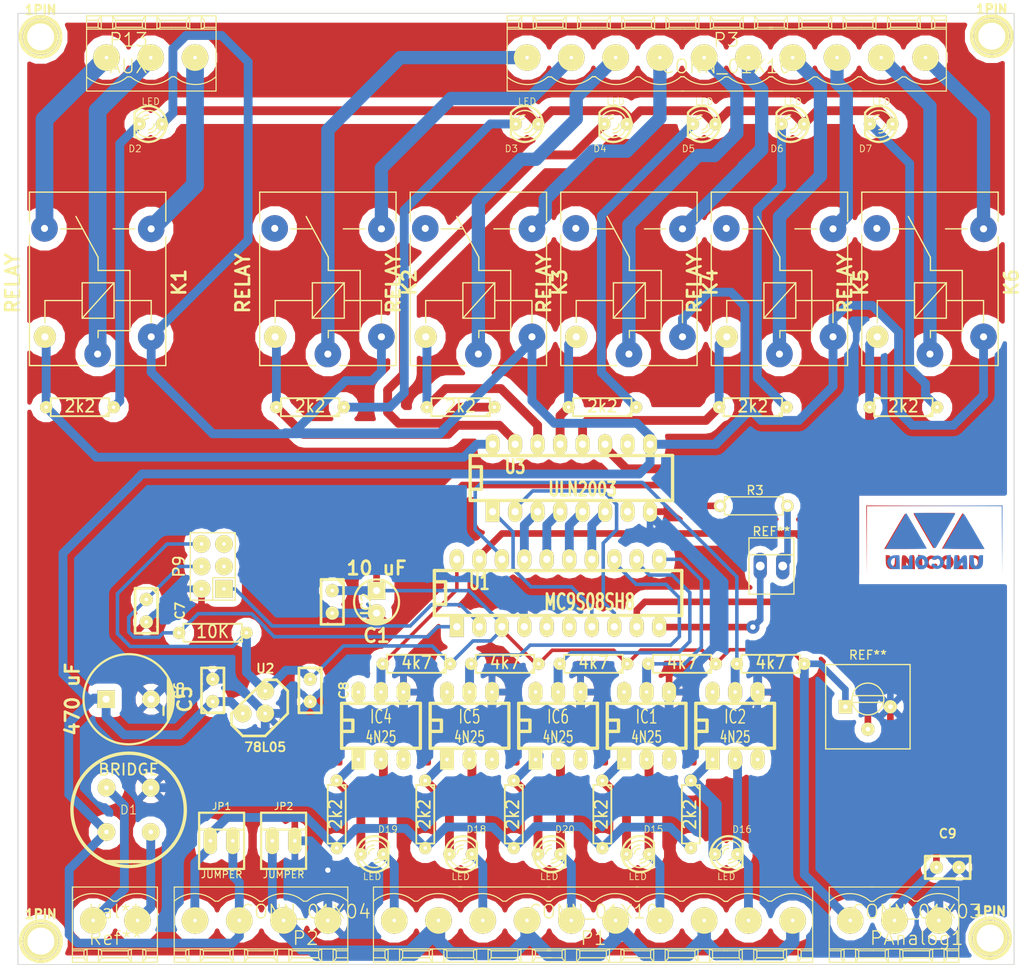
<source format=kicad_pcb>
(kicad_pcb (version 4) (host pcbnew 0.201412071631+5313~19~ubuntu14.04.1-product)
  (layers (0 F.Cu signal) (31 B.Cu signal) (34 B.Paste user) (35 F.Paste user) (36 B.SilkS user) (37 F.SilkS user) (38 B.Mask user) (39 F.Mask user) (44 Edge.Cuts user))
  (net 0 "")
  (net 1 /vreg)
  (net 2 GND)
  (net 3 /XTAL)
  (net 4 /EXTAL)
  (net 5 /24V)
  (net 6 /RESET)
  (net 7 /ADC)
  (net 8 /OPT4)
  (net 9 /OPT5)
  (net 10 /OPT1)
  (net 11 /OPT2)
  (net 12 "Net-(D1-Pad2)")
  (net 13 "Net-(D1-Pad4)")
  (net 14 "Net-(D2-Pad2)")
  (net 15 "Net-(D3-Pad2)")
  (net 16 "Net-(D4-Pad2)")
  (net 17 "Net-(D5-Pad2)")
  (net 18 "Net-(D6-Pad2)")
  (net 19 "Net-(D7-Pad2)")
  (net 20 "Net-(D15-Pad1)")
  (net 21 "Net-(D16-Pad1)")
  (net 22 "Net-(D18-Pad1)")
  (net 23 "Net-(D19-Pad1)")
  (net 24 "Net-(D20-Pad1)")
  (net 25 /In4)
  (net 26 "Net-(IC1-Pad6)")
  (net 27 /In5)
  (net 28 "Net-(IC2-Pad6)")
  (net 29 /In1)
  (net 30 "Net-(IC4-Pad6)")
  (net 31 /In2)
  (net 32 "Net-(IC5-Pad6)")
  (net 33 /In3)
  (net 34 "Net-(IC6-Pad6)")
  (net 35 /24Sen)
  (net 36 /COMSen)
  (net 37 "Net-(K1-Pad3)")
  (net 38 "Net-(K1-Pad4)")
  (net 39 /RAUX)
  (net 40 "Net-(K1-Pad1)")
  (net 41 "Net-(K2-Pad4)")
  (net 42 /R1)
  (net 43 "Net-(K2-Pad1)")
  (net 44 "Net-(K3-Pad4)")
  (net 45 /R2)
  (net 46 "Net-(K3-Pad1)")
  (net 47 "Net-(K4-Pad4)")
  (net 48 /R3)
  (net 49 "Net-(K4-Pad1)")
  (net 50 "Net-(K5-Pad4)")
  (net 51 /R4)
  (net 52 "Net-(K5-Pad1)")
  (net 53 "Net-(K6-Pad4)")
  (net 54 /R5)
  (net 55 "Net-(K6-Pad1)")
  (net 56 /OPT3)
  (net 57 /BDM)
  (net 58 "Net-(P9-Pad3)")
  (net 59 "Net-(P9-Pad5)")
  (net 60 /Out5)
  (net 61 /OutAux)
  (net 62 /Out1)
  (net 63 /Out2)
  (net 64 /Out3)
  (net 65 /Out4)
  (net 66 "Net-(U3-Pad7)")
  (net 67 "Net-(U3-Pad10)")
  (module locales:PHOENIX_MSTBA2,54-G_10 (layer F.Cu) (at 110 42.5)
    (fp_text reference P3 (at 0 -2) (layer F.SilkS))
    (fp_text value CONN_01X10 (at 0 1) (layer F.SilkS))
    (pad 1 thru_hole circle (at -22.5 0) (size 3 3) (drill 0.4) (layers *.Cu *.Mask F.SilkS) (net 43 "Net-(K2-Pad1)"))
    (pad 2 thru_hole circle (at -17.5 0) (size 3 3) (drill 0.4) (layers *.Cu *.Mask F.SilkS) (net 41 "Net-(K2-Pad4)"))
    (pad 3 thru_hole circle (at -12.5 0) (size 3 3) (drill 0.4) (layers *.Cu *.Mask F.SilkS) (net 46 "Net-(K3-Pad1)"))
    (pad 4 thru_hole circle (at -7.5 0) (size 3 3) (drill 0.4) (layers *.Cu *.Mask F.SilkS) (net 44 "Net-(K3-Pad4)"))
    (pad 5 thru_hole circle (at -2.5 0) (size 3 3) (drill 0.4) (layers *.Cu *.Mask F.SilkS) (net 49 "Net-(K4-Pad1)"))
    (pad 6 thru_hole circle (at 2.5 0) (size 3 3) (drill 0.4) (layers *.Cu *.Mask F.SilkS) (net 47 "Net-(K4-Pad4)"))
    (pad 7 thru_hole circle (at 7.5 0) (size 3 3) (drill 0.4) (layers *.Cu *.Mask F.SilkS) (net 52 "Net-(K5-Pad1)"))
    (pad 8 thru_hole circle (at 12.5 0) (size 3 3) (drill 0.4) (layers *.Cu *.Mask F.SilkS) (net 50 "Net-(K5-Pad4)"))
    (pad 9 thru_hole circle (at 17.5 0) (size 3 3) (drill 0.4) (layers *.Cu *.Mask F.SilkS) (net 55 "Net-(K6-Pad1)"))
    (pad 10 thru_hole circle (at 22.5 0) (size 3 3) (drill 0.4) (layers *.Cu *.Mask F.SilkS) (net 53 "Net-(K6-Pad4)"))
  )
  (module LOGO (layer B.Cu) (at 134 97 180)
    (fp_text reference G*** hide)
    (fp_text value LOGO hide)
    (fp_poly (pts (xy 7.239 3.85318) (xy 0.0635 3.83286) (xy -7.112 3.81) (xy -7.13486 -0.10668) (xy -7.15772 -4.02082) (xy -7.17804 -0.0635) (xy -7.19582 3.89382) (xy 0.02032 3.8735) (xy 7.239 3.85318) (xy 7.239 3.85318)) (layer B.Cu) (width 0.00254))
    (fp_poly (pts (xy 2.6797 -2.4511) (xy 2.6416 -2.7686) (xy 2.49682 -3.04038) (xy 2.27838 -3.2258) (xy 2.27838 -2.56286) (xy 2.2479 -2.3622) (xy 2.1336 -2.20218) (xy 1.97104 -2.12598) (xy 1.79832 -2.16662) (xy 1.66116 -2.34188) (xy 1.61036 -2.58572) (xy 1.64084 -2.75844) (xy 1.75514 -2.85242) (xy 1.9431 -2.87274) (xy 2.13106 -2.81178) (xy 2.1971 -2.7559) (xy 2.27838 -2.56286) (xy 2.27838 -3.2258) (xy 2.26822 -3.23596) (xy 1.98374 -3.3274) (xy 1.6891 -3.28422) (xy 1.40462 -3.0988) (xy 1.22936 -2.80162) (xy 1.18618 -2.52984) (xy 1.24968 -2.19202) (xy 1.4224 -1.93802) (xy 1.66878 -1.77546) (xy 1.95072 -1.71958) (xy 2.23266 -1.778) (xy 2.4765 -1.96088) (xy 2.58572 -2.12344) (xy 2.6797 -2.4511) (xy 2.6797 -2.4511)) (layer B.Cu) (width 0.00254))
    (fp_poly (pts (xy -3.47218 -2.286) (xy -3.50012 -2.7305) (xy -3.59918 -3.03276) (xy -3.78206 -3.2131) (xy -4.06146 -3.29438) (xy -4.23418 -3.302) (xy -4.5085 -3.28422) (xy -4.68122 -3.21818) (xy -4.82092 -3.07848) (xy -4.92252 -2.90576) (xy -4.9784 -2.68224) (xy -4.99618 -2.35458) (xy -4.99618 -2.28346) (xy -4.99618 -1.71196) (xy -4.74218 -1.72212) (xy -4.60248 -1.73482) (xy -4.52628 -1.78562) (xy -4.4958 -1.91262) (xy -4.48818 -2.15646) (xy -4.48818 -2.25298) (xy -4.46024 -2.63652) (xy -4.37388 -2.86258) (xy -4.22656 -2.93624) (xy -4.12242 -2.91338) (xy -4.04114 -2.83464) (xy -3.99034 -2.64668) (xy -3.9624 -2.3241) (xy -3.9624 -2.2987) (xy -3.94462 -1.99898) (xy -3.91668 -1.8288) (xy -3.8608 -1.7526) (xy -3.75666 -1.72974) (xy -3.70332 -1.7272) (xy -3.5814 -1.72974) (xy -3.51028 -1.77038) (xy -3.4798 -1.8923) (xy -3.47218 -2.12598) (xy -3.47218 -2.286) (xy -3.47218 -2.286)) (layer B.Cu) (width 0.00254))
    (fp_poly (pts (xy -1.68656 -3.302) (xy -1.92278 -3.302) (xy -2.08534 -3.27152) (xy -2.23012 -3.15468) (xy -2.4003 -2.921) (xy -2.413 -2.89814) (xy -2.667 -2.49682) (xy -2.6924 -2.90068) (xy -2.71526 -3.14198) (xy -2.76352 -3.26136) (xy -2.86766 -3.29946) (xy -2.9718 -3.302) (xy -3.22326 -3.302) (xy -3.2004 -2.5273) (xy -3.18516 -2.16154) (xy -3.16484 -1.9304) (xy -3.12928 -1.8034) (xy -3.06832 -1.74498) (xy -2.9845 -1.72212) (xy -2.76606 -1.76784) (xy -2.64414 -1.87452) (xy -2.48158 -2.07264) (xy -2.3114 -2.27584) (xy -2.12344 -2.49682) (xy -2.1209 -2.09042) (xy -2.11074 -1.84404) (xy -2.07518 -1.72974) (xy -1.99136 -1.7018) (xy -1.92532 -1.70942) (xy -1.83642 -1.73228) (xy -1.778 -1.79324) (xy -1.74498 -1.92532) (xy -1.72466 -2.16408) (xy -1.71196 -2.51968) (xy -1.68656 -3.302) (xy -1.68656 -3.302)) (layer B.Cu) (width 0.00254))
    (fp_poly (pts (xy -0.84074 -3.302) (xy -1.09728 -3.302) (xy -1.35382 -3.302) (xy -1.35382 -2.49174) (xy -1.35382 -1.68148) (xy -1.12268 -1.70942) (xy -0.889 -1.73482) (xy -0.86614 -2.51968) (xy -0.84074 -3.302) (xy -0.84074 -3.302)) (layer B.Cu) (width 0.00254))
    (fp_poly (pts (xy 0.82296 -2.77368) (xy 0.8128 -2.921) (xy 0.65024 -3.11658) (xy 0.37338 -3.27152) (xy 0.05588 -3.28422) (xy -0.24892 -3.15214) (xy -0.2794 -3.13182) (xy -0.48768 -2.88036) (xy -0.56642 -2.5908) (xy -0.53086 -2.30124) (xy -0.39624 -2.03962) (xy -0.18542 -1.84658) (xy 0.0889 -1.75006) (xy 0.40894 -1.78562) (xy 0.41402 -1.78816) (xy 0.64516 -1.905) (xy 0.77216 -2.04216) (xy 0.77724 -2.16916) (xy 0.66802 -2.24536) (xy 0.48768 -2.25298) (xy 0.39624 -2.2098) (xy 0.20828 -2.1209) (xy 0.01524 -2.17424) (xy -0.0889 -2.29362) (xy -0.14478 -2.52222) (xy -0.10414 -2.74828) (xy 0.02032 -2.89814) (xy 0.04826 -2.91084) (xy 0.21082 -2.91592) (xy 0.38608 -2.84988) (xy 0.49784 -2.75082) (xy 0.508 -2.71272) (xy 0.57404 -2.67208) (xy 0.67818 -2.68478) (xy 0.82296 -2.77368) (xy 0.82296 -2.77368)) (layer B.Cu) (width 0.00254))
    (fp_poly (pts (xy 4.14782 -3.09118) (xy 4.1402 -3.2004) (xy 4.0894 -3.2639) (xy 3.95986 -3.29184) (xy 3.71348 -3.302) (xy 3.556 -3.302) (xy 2.96418 -3.302) (xy 2.96418 -2.50952) (xy 2.96418 -2.13868) (xy 2.97688 -1.90754) (xy 3.00228 -1.78308) (xy 3.05562 -1.73228) (xy 3.13944 -1.72466) (xy 3.15468 -1.72466) (xy 3.25628 -1.74498) (xy 3.3147 -1.8161) (xy 3.34772 -1.97612) (xy 3.36804 -2.26314) (xy 3.36804 -2.30632) (xy 3.39344 -2.87782) (xy 3.7719 -2.87782) (xy 4.00558 -2.88798) (xy 4.1148 -2.93116) (xy 4.14782 -3.0353) (xy 4.14782 -3.09118) (xy 4.14782 -3.09118)) (layer B.Cu) (width 0.00254))
    (fp_poly (pts (xy 5.83946 -2.37236) (xy 5.81914 -2.68478) (xy 5.64896 -3.00736) (xy 5.62356 -3.04038) (xy 5.48132 -3.19024) (xy 5.41528 -3.22326) (xy 5.41528 -2.49174) (xy 5.34924 -2.26314) (xy 5.1943 -2.09296) (xy 4.98856 -2.032) (xy 4.89204 -2.05486) (xy 4.84378 -2.14884) (xy 4.826 -2.35712) (xy 4.826 -2.48412) (xy 4.8387 -2.81432) (xy 4.8895 -2.99466) (xy 4.9911 -3.04038) (xy 5.15874 -2.96418) (xy 5.22986 -2.91592) (xy 5.37972 -2.72542) (xy 5.41528 -2.49174) (xy 5.41528 -3.22326) (xy 5.33654 -3.26644) (xy 5.12826 -3.29692) (xy 4.89966 -3.302) (xy 4.39674 -3.302) (xy 4.4196 -2.5273) (xy 4.445 -1.75514) (xy 4.74218 -1.72974) (xy 5.15874 -1.75006) (xy 5.49402 -1.8796) (xy 5.72516 -2.0955) (xy 5.83946 -2.37236) (xy 5.83946 -2.37236)) (layer B.Cu) (width 0.00254))
    (fp_poly (pts (xy -0.508 -0.96266) (xy -0.58928 -0.97536) (xy -0.81788 -0.98806) (xy -1.17348 -0.99822) (xy -1.63322 -1.00838) (xy -2.17424 -1.01346) (xy -2.77876 -1.016) (xy -2.8448 -1.016) (xy -5.17906 -1.016) (xy -5.01396 -0.74168) (xy -4.92506 -0.58928) (xy -4.76504 -0.31496) (xy -4.54914 0.05334) (xy -4.2926 0.4953) (xy -4.00812 0.98552) (xy -3.85318 1.24968) (xy -3.57124 1.73228) (xy -3.3147 2.16408) (xy -3.0988 2.52222) (xy -2.9337 2.78638) (xy -2.8321 2.93624) (xy -2.8067 2.96164) (xy -2.75336 2.89052) (xy -2.6289 2.69748) (xy -2.44856 2.40284) (xy -2.22504 2.032) (xy -1.97358 1.60528) (xy -1.70434 1.14808) (xy -1.43256 0.6858) (xy -1.17348 0.23622) (xy -0.93726 -0.17272) (xy -0.74168 -0.51816) (xy -0.5969 -0.77978) (xy -0.51816 -0.93472) (xy -0.508 -0.96266) (xy -0.508 -0.96266)) (layer B.Cu) (width 0.00254))
    (fp_poly (pts (xy 2.8067 3.048) (xy 2.53238 2.56032) (xy 2.33172 2.20726) (xy 2.1082 1.82118) (xy 1.98374 1.60782) (xy 1.83896 1.36398) (xy 1.63322 1.01092) (xy 1.39192 0.59944) (xy 1.14046 0.1651) (xy 1.07442 0.05334) (xy 0.83058 -0.36576) (xy 0.65532 -0.65532) (xy 0.5334 -0.83312) (xy 0.45212 -0.91948) (xy 0.3937 -0.92964) (xy 0.34544 -0.88138) (xy 0.31496 -0.83566) (xy 0.17018 -0.59944) (xy -0.02286 -0.26924) (xy -0.25654 0.12954) (xy -0.51562 0.57404) (xy -0.78232 1.03886) (xy -1.04902 1.50368) (xy -1.29794 1.9431) (xy -1.51638 2.33172) (xy -1.69418 2.64922) (xy -1.81356 2.8702) (xy -1.86182 2.9718) (xy -1.86182 2.97434) (xy -1.78308 2.99466) (xy -1.55448 3.0099) (xy -1.19888 3.02514) (xy -0.73914 3.03784) (xy -0.19558 3.04546) (xy 0.40894 3.048) (xy 0.47244 3.048) (xy 2.8067 3.048) (xy 2.8067 3.048)) (layer B.Cu) (width 0.00254))
    (fp_poly (pts (xy 6.01472 -1.016) (xy 3.68554 -1.016) (xy 3.07594 -1.01346) (xy 2.5273 -1.01092) (xy 2.05994 -1.00584) (xy 1.69418 -0.99822) (xy 1.45034 -0.9906) (xy 1.35382 -0.98044) (xy 1.39446 -0.90424) (xy 1.50622 -0.70358) (xy 1.67894 -0.40132) (xy 1.89484 -0.0254) (xy 2.14376 0.4064) (xy 2.41046 0.86868) (xy 2.68224 1.33604) (xy 2.94386 1.7907) (xy 3.1877 2.20472) (xy 3.39344 2.56032) (xy 3.55346 2.82702) (xy 3.64998 2.98958) (xy 3.67284 3.02514) (xy 3.7211 2.96418) (xy 3.83286 2.78384) (xy 3.99542 2.51206) (xy 4.191 2.17932) (xy 4.45262 1.72212) (xy 4.75742 1.19888) (xy 5.0546 0.68834) (xy 5.20954 0.42164) (xy 5.42798 0.04826) (xy 5.6261 -0.29972) (xy 5.78612 -0.57912) (xy 5.87248 -0.74168) (xy 6.01472 -1.016) (xy 6.01472 -1.016)) (layer B.Cu) (width 0.00254))
  )
  (module LOGO (layer F.Cu) (at 133 97)
    (fp_text reference G*** hide)
    (fp_text value LOGO hide)
    (fp_poly (pts (xy 7.239 -3.85318) (xy 0.0635 -3.83286) (xy -7.112 -3.81) (xy -7.13486 0.10668) (xy -7.15772 4.02082) (xy -7.17804 0.0635) (xy -7.19582 -3.89382) (xy 0.02032 -3.8735) (xy 7.239 -3.85318) (xy 7.239 -3.85318)) (layer F.Cu) (width 0.00254))
    (fp_poly (pts (xy 2.6797 2.4511) (xy 2.6416 2.7686) (xy 2.49682 3.04038) (xy 2.27838 3.2258) (xy 2.27838 2.56286) (xy 2.2479 2.3622) (xy 2.1336 2.20218) (xy 1.97104 2.12598) (xy 1.79832 2.16662) (xy 1.66116 2.34188) (xy 1.61036 2.58572) (xy 1.64084 2.75844) (xy 1.75514 2.85242) (xy 1.9431 2.87274) (xy 2.13106 2.81178) (xy 2.1971 2.7559) (xy 2.27838 2.56286) (xy 2.27838 3.2258) (xy 2.26822 3.23596) (xy 1.98374 3.3274) (xy 1.6891 3.28422) (xy 1.40462 3.0988) (xy 1.22936 2.80162) (xy 1.18618 2.52984) (xy 1.24968 2.19202) (xy 1.4224 1.93802) (xy 1.66878 1.77546) (xy 1.95072 1.71958) (xy 2.23266 1.778) (xy 2.4765 1.96088) (xy 2.58572 2.12344) (xy 2.6797 2.4511) (xy 2.6797 2.4511)) (layer F.Cu) (width 0.00254))
    (fp_poly (pts (xy -3.47218 2.286) (xy -3.50012 2.7305) (xy -3.59918 3.03276) (xy -3.78206 3.2131) (xy -4.06146 3.29438) (xy -4.23418 3.302) (xy -4.5085 3.28422) (xy -4.68122 3.21818) (xy -4.82092 3.07848) (xy -4.92252 2.90576) (xy -4.9784 2.68224) (xy -4.99618 2.35458) (xy -4.99618 2.28346) (xy -4.99618 1.71196) (xy -4.74218 1.72212) (xy -4.60248 1.73482) (xy -4.52628 1.78562) (xy -4.4958 1.91262) (xy -4.48818 2.15646) (xy -4.48818 2.25298) (xy -4.46024 2.63652) (xy -4.37388 2.86258) (xy -4.22656 2.93624) (xy -4.12242 2.91338) (xy -4.04114 2.83464) (xy -3.99034 2.64668) (xy -3.9624 2.3241) (xy -3.9624 2.2987) (xy -3.94462 1.99898) (xy -3.91668 1.8288) (xy -3.8608 1.7526) (xy -3.75666 1.72974) (xy -3.70332 1.7272) (xy -3.5814 1.72974) (xy -3.51028 1.77038) (xy -3.4798 1.8923) (xy -3.47218 2.12598) (xy -3.47218 2.286) (xy -3.47218 2.286)) (layer F.Cu) (width 0.00254))
    (fp_poly (pts (xy -1.68656 3.302) (xy -1.92278 3.302) (xy -2.08534 3.27152) (xy -2.23012 3.15468) (xy -2.4003 2.921) (xy -2.413 2.89814) (xy -2.667 2.49682) (xy -2.6924 2.90068) (xy -2.71526 3.14198) (xy -2.76352 3.26136) (xy -2.86766 3.29946) (xy -2.9718 3.302) (xy -3.22326 3.302) (xy -3.2004 2.5273) (xy -3.18516 2.16154) (xy -3.16484 1.9304) (xy -3.12928 1.8034) (xy -3.06832 1.74498) (xy -2.9845 1.72212) (xy -2.76606 1.76784) (xy -2.64414 1.87452) (xy -2.48158 2.07264) (xy -2.3114 2.27584) (xy -2.12344 2.49682) (xy -2.1209 2.09042) (xy -2.11074 1.84404) (xy -2.07518 1.72974) (xy -1.99136 1.7018) (xy -1.92532 1.70942) (xy -1.83642 1.73228) (xy -1.778 1.79324) (xy -1.74498 1.92532) (xy -1.72466 2.16408) (xy -1.71196 2.51968) (xy -1.68656 3.302) (xy -1.68656 3.302)) (layer F.Cu) (width 0.00254))
    (fp_poly (pts (xy -0.84074 3.302) (xy -1.09728 3.302) (xy -1.35382 3.302) (xy -1.35382 2.49174) (xy -1.35382 1.68148) (xy -1.12268 1.70942) (xy -0.889 1.73482) (xy -0.86614 2.51968) (xy -0.84074 3.302) (xy -0.84074 3.302)) (layer F.Cu) (width 0.00254))
    (fp_poly (pts (xy 0.82296 2.77368) (xy 0.8128 2.921) (xy 0.65024 3.11658) (xy 0.37338 3.27152) (xy 0.05588 3.28422) (xy -0.24892 3.15214) (xy -0.2794 3.13182) (xy -0.48768 2.88036) (xy -0.56642 2.5908) (xy -0.53086 2.30124) (xy -0.39624 2.03962) (xy -0.18542 1.84658) (xy 0.0889 1.75006) (xy 0.40894 1.78562) (xy 0.41402 1.78816) (xy 0.64516 1.905) (xy 0.77216 2.04216) (xy 0.77724 2.16916) (xy 0.66802 2.24536) (xy 0.48768 2.25298) (xy 0.39624 2.2098) (xy 0.20828 2.1209) (xy 0.01524 2.17424) (xy -0.0889 2.29362) (xy -0.14478 2.52222) (xy -0.10414 2.74828) (xy 0.02032 2.89814) (xy 0.04826 2.91084) (xy 0.21082 2.91592) (xy 0.38608 2.84988) (xy 0.49784 2.75082) (xy 0.508 2.71272) (xy 0.57404 2.67208) (xy 0.67818 2.68478) (xy 0.82296 2.77368) (xy 0.82296 2.77368)) (layer F.Cu) (width 0.00254))
    (fp_poly (pts (xy 4.14782 3.09118) (xy 4.1402 3.2004) (xy 4.0894 3.2639) (xy 3.95986 3.29184) (xy 3.71348 3.302) (xy 3.556 3.302) (xy 2.96418 3.302) (xy 2.96418 2.50952) (xy 2.96418 2.13868) (xy 2.97688 1.90754) (xy 3.00228 1.78308) (xy 3.05562 1.73228) (xy 3.13944 1.72466) (xy 3.15468 1.72466) (xy 3.25628 1.74498) (xy 3.3147 1.8161) (xy 3.34772 1.97612) (xy 3.36804 2.26314) (xy 3.36804 2.30632) (xy 3.39344 2.87782) (xy 3.7719 2.87782) (xy 4.00558 2.88798) (xy 4.1148 2.93116) (xy 4.14782 3.0353) (xy 4.14782 3.09118) (xy 4.14782 3.09118)) (layer F.Cu) (width 0.00254))
    (fp_poly (pts (xy 5.83946 2.37236) (xy 5.81914 2.68478) (xy 5.64896 3.00736) (xy 5.62356 3.04038) (xy 5.48132 3.19024) (xy 5.41528 3.22326) (xy 5.41528 2.49174) (xy 5.34924 2.26314) (xy 5.1943 2.09296) (xy 4.98856 2.032) (xy 4.89204 2.05486) (xy 4.84378 2.14884) (xy 4.826 2.35712) (xy 4.826 2.48412) (xy 4.8387 2.81432) (xy 4.8895 2.99466) (xy 4.9911 3.04038) (xy 5.15874 2.96418) (xy 5.22986 2.91592) (xy 5.37972 2.72542) (xy 5.41528 2.49174) (xy 5.41528 3.22326) (xy 5.33654 3.26644) (xy 5.12826 3.29692) (xy 4.89966 3.302) (xy 4.39674 3.302) (xy 4.4196 2.5273) (xy 4.445 1.75514) (xy 4.74218 1.72974) (xy 5.15874 1.75006) (xy 5.49402 1.8796) (xy 5.72516 2.0955) (xy 5.83946 2.37236) (xy 5.83946 2.37236)) (layer F.Cu) (width 0.00254))
    (fp_poly (pts (xy -0.508 0.96266) (xy -0.58928 0.97536) (xy -0.81788 0.98806) (xy -1.17348 0.99822) (xy -1.63322 1.00838) (xy -2.17424 1.01346) (xy -2.77876 1.016) (xy -2.8448 1.016) (xy -5.17906 1.016) (xy -5.01396 0.74168) (xy -4.92506 0.58928) (xy -4.76504 0.31496) (xy -4.54914 -0.05334) (xy -4.2926 -0.4953) (xy -4.00812 -0.98552) (xy -3.85318 -1.24968) (xy -3.57124 -1.73228) (xy -3.3147 -2.16408) (xy -3.0988 -2.52222) (xy -2.9337 -2.78638) (xy -2.8321 -2.93624) (xy -2.8067 -2.96164) (xy -2.75336 -2.89052) (xy -2.6289 -2.69748) (xy -2.44856 -2.40284) (xy -2.22504 -2.032) (xy -1.97358 -1.60528) (xy -1.70434 -1.14808) (xy -1.43256 -0.6858) (xy -1.17348 -0.23622) (xy -0.93726 0.17272) (xy -0.74168 0.51816) (xy -0.5969 0.77978) (xy -0.51816 0.93472) (xy -0.508 0.96266) (xy -0.508 0.96266)) (layer F.Cu) (width 0.00254))
    (fp_poly (pts (xy 2.8067 -3.048) (xy 2.53238 -2.56032) (xy 2.33172 -2.20726) (xy 2.1082 -1.82118) (xy 1.98374 -1.60782) (xy 1.83896 -1.36398) (xy 1.63322 -1.01092) (xy 1.39192 -0.59944) (xy 1.14046 -0.1651) (xy 1.07442 -0.05334) (xy 0.83058 0.36576) (xy 0.65532 0.65532) (xy 0.5334 0.83312) (xy 0.45212 0.91948) (xy 0.3937 0.92964) (xy 0.34544 0.88138) (xy 0.31496 0.83566) (xy 0.17018 0.59944) (xy -0.02286 0.26924) (xy -0.25654 -0.12954) (xy -0.51562 -0.57404) (xy -0.78232 -1.03886) (xy -1.04902 -1.50368) (xy -1.29794 -1.9431) (xy -1.51638 -2.33172) (xy -1.69418 -2.64922) (xy -1.81356 -2.8702) (xy -1.86182 -2.9718) (xy -1.86182 -2.97434) (xy -1.78308 -2.99466) (xy -1.55448 -3.0099) (xy -1.19888 -3.02514) (xy -0.73914 -3.03784) (xy -0.19558 -3.04546) (xy 0.40894 -3.048) (xy 0.47244 -3.048) (xy 2.8067 -3.048) (xy 2.8067 -3.048)) (layer F.Cu) (width 0.00254))
    (fp_poly (pts (xy 6.01472 1.016) (xy 3.68554 1.016) (xy 3.07594 1.01346) (xy 2.5273 1.01092) (xy 2.05994 1.00584) (xy 1.69418 0.99822) (xy 1.45034 0.9906) (xy 1.35382 0.98044) (xy 1.39446 0.90424) (xy 1.50622 0.70358) (xy 1.67894 0.40132) (xy 1.89484 0.0254) (xy 2.14376 -0.4064) (xy 2.41046 -0.86868) (xy 2.68224 -1.33604) (xy 2.94386 -1.7907) (xy 3.1877 -2.20472) (xy 3.39344 -2.56032) (xy 3.55346 -2.82702) (xy 3.64998 -2.98958) (xy 3.67284 -3.02514) (xy 3.7211 -2.96418) (xy 3.83286 -2.78384) (xy 3.99542 -2.51206) (xy 4.191 -2.17932) (xy 4.45262 -1.72212) (xy 4.75742 -1.19888) (xy 5.0546 -0.68834) (xy 5.20954 -0.42164) (xy 5.42798 -0.04826) (xy 5.6261 0.29972) (xy 5.78612 0.57912) (xy 5.87248 0.74168) (xy 6.01472 1.016) (xy 6.01472 1.016)) (layer F.Cu) (width 0.00254))
  )
  (module locales:PHOENIX_MSTBA2,54-G_3 (layer F.Cu) (at 129 140 180)
    (fp_text reference PAnalog1 (at -2.5 -2 180) (layer F.SilkS))
    (fp_text value CONN_01X03 (at -2.5 1 180) (layer F.SilkS))
    (pad 1 thru_hole circle (at -5 0 180) (size 3 3) (drill 0.4) (layers *.Cu *.Mask F.SilkS) (net 2 GND))
    (pad 2 thru_hole circle (at 0 0 180) (size 3 3) (drill 0.4) (layers *.Cu *.Mask F.SilkS) (net 7 /ADC))
    (pad 3 thru_hole circle (at 5 0 180) (size 3 3) (drill 0.4) (layers *.Cu *.Mask F.SilkS) (net 1 /vreg))
  )
  (module locales:PHOENIX_MSTBA2,54-G_10 (layer F.Cu) (at 95 140 180)
    (fp_text reference P1 (at 0 -2 180) (layer F.SilkS))
    (fp_text value CONN_01X10 (at 0 1 180) (layer F.SilkS))
    (pad 1 thru_hole circle (at -22.5 0 180) (size 3 3) (drill 0.4) (layers *.Cu *.Mask F.SilkS) (net 36 /COMSen))
    (pad 2 thru_hole circle (at -17.5 0 180) (size 3 3) (drill 0.4) (layers *.Cu *.Mask F.SilkS) (net 9 /OPT5))
    (pad 3 thru_hole circle (at -12.5 0 180) (size 3 3) (drill 0.4) (layers *.Cu *.Mask F.SilkS) (net 36 /COMSen))
    (pad 4 thru_hole circle (at -7.5 0 180) (size 3 3) (drill 0.4) (layers *.Cu *.Mask F.SilkS) (net 8 /OPT4))
    (pad 5 thru_hole circle (at -2.5 0 180) (size 3 3) (drill 0.4) (layers *.Cu *.Mask F.SilkS) (net 36 /COMSen))
    (pad 6 thru_hole circle (at 2.5 0 180) (size 3 3) (drill 0.4) (layers *.Cu *.Mask F.SilkS) (net 56 /OPT3))
    (pad 7 thru_hole circle (at 7.5 0 180) (size 3 3) (drill 0.4) (layers *.Cu *.Mask F.SilkS) (net 36 /COMSen))
    (pad 8 thru_hole circle (at 12.5 0 180) (size 3 3) (drill 0.4) (layers *.Cu *.Mask F.SilkS) (net 11 /OPT2))
    (pad 9 thru_hole circle (at 17.5 0 180) (size 3 3) (drill 0.4) (layers *.Cu *.Mask F.SilkS) (net 36 /COMSen))
    (pad 10 thru_hole circle (at 22.5 0 180) (size 3 3) (drill 0.4) (layers *.Cu *.Mask F.SilkS) (net 10 /OPT1))
  )
  (module locales:PHOENIX_MSTBA2,54-G_4 (layer F.Cu) (at 57.5 140 180)
    (fp_text reference P2 (at -5 -2 180) (layer F.SilkS))
    (fp_text value CONN_01X04 (at -5 1 180) (layer F.SilkS))
    (pad 1 thru_hole circle (at -7.5 0 180) (size 3 3) (drill 0.4) (layers *.Cu *.Mask F.SilkS) (net 2 GND))
    (pad 2 thru_hole circle (at -2.5 0 180) (size 3 3) (drill 0.4) (layers *.Cu *.Mask F.SilkS) (net 36 /COMSen))
    (pad 3 thru_hole circle (at 2.5 0 180) (size 3 3) (drill 0.4) (layers *.Cu *.Mask F.SilkS) (net 5 /24V))
    (pad 4 thru_hole circle (at 7.5 0 180) (size 3 3) (drill 0.4) (layers *.Cu *.Mask F.SilkS) (net 35 /24Sen))
  )
  (module locales:PHOENIX_MSTBA2,54-G_2 (layer F.Cu) (at 41 140 180)
    (fp_text reference Ref** (at 0 -2 180) (layer F.SilkS))
    (fp_text value Val** (at 0 1 180) (layer F.SilkS))
    (pad 1 thru_hole circle (at -2.5 0 180) (size 3 3) (drill 0.4) (layers *.Cu *.Mask F.SilkS) (net 13 "Net-(D1-Pad4)"))
    (pad 2 thru_hole circle (at 2.5 0 180) (size 3 3) (drill 0.4) (layers *.Cu *.Mask F.SilkS) (net 12 "Net-(D1-Pad2)"))
  )
  (module locales:PHOENIX_MSTBA2,54-G_3 (layer F.Cu) (at 45 42.5)
    (fp_text reference P13 (at -2.5 -2) (layer F.SilkS))
    (fp_text value AUX (at -2.5 1) (layer F.SilkS))
    (pad 1 thru_hole circle (at -5 0) (size 3 3) (drill 0.4) (layers *.Cu *.Mask F.SilkS) (net 38 "Net-(K1-Pad4)"))
    (pad 2 thru_hole circle (at 0 0) (size 3 3) (drill 0.4) (layers *.Cu *.Mask F.SilkS) (net 40 "Net-(K1-Pad1)"))
    (pad 3 thru_hole circle (at 5 0) (size 3 3) (drill 0.4) (layers *.Cu *.Mask F.SilkS) (net 37 "Net-(K1-Pad3)"))
  )
  (module Discret:R3 (layer F.Cu) (at 105 111 180)
    (fp_text reference R8 hide)
    (fp_text value 4k7 (at 0 0.127 180) (layer F.SilkS) (effects (font (size 1.397 1.27) (thickness 0.2032))))
    (pad 1 thru_hole circle (at -3.81 0 180) (size 1.397 1.397) (drill 0.4) (layers *.Cu *.Mask F.SilkS) (net 1 /vreg))
    (pad 2 thru_hole circle (at 3.81 0 180) (size 1.397 1.397) (drill 0.4) (layers *.Cu *.Mask F.SilkS) (net 31 /In2))
  )
  (module Capacitors_ThroughHole:Capacitor5x11RM2.5 (layer F.Cu) (at 70.5 104 180)
    (fp_text reference C1 (at 0 -3.81 180) (layer F.SilkS) (effects (font (thickness 0.3048))))
    (fp_text value "10 uF" (at 0 3.81 180) (layer F.SilkS) (effects (font (thickness 0.3048))))
    (pad 1 thru_hole rect (at 0 1.27 180) (size 1.99898 1.99898) (drill 0.8001) (layers *.Cu *.Mask F.SilkS) (net 1 /vreg))
    (pad 2 thru_hole circle (at 0 -1.27 180) (size 1.99898 1.99898) (drill 0.8001) (layers *.Cu *.Mask F.SilkS) (net 2 GND))
  )
  (module Capacitors_ThroughHole:Capacitor3MMDiscRM2.5 (layer F.Cu) (at 65.5 104 270)
    (fp_text reference C2 (at 0 -3.81 270) (layer F.SilkS) (effects (font (size 1.016 1.016) (thickness 0.2032))))
    (fp_text value "0,1 uF" hide)
    (pad 1 thru_hole circle (at -1.27 0 270) (size 1.50114 1.50114) (drill 0.4) (layers *.Cu *.Mask F.SilkS) (net 1 /vreg))
    (pad 2 thru_hole circle (at 1.27 0 270) (size 1.50114 1.50114) (drill 0.4) (layers *.Cu *.Mask F.SilkS) (net 2 GND))
  )
  (module Capacitors_ThroughHole:Capacitor10x16RM5 (layer F.Cu) (at 42.5 115 270)
    (fp_text reference C5 (at 0 -6.35 270) (layer F.SilkS) (effects (font (thickness 0.3048))))
    (fp_text value "470 uF" (at 0 6.35 270) (layer F.SilkS) (effects (font (thickness 0.3048))))
    (pad 1 thru_hole rect (at 0 2.54 270) (size 1.99898 1.99898) (drill 0.8001) (layers *.Cu *.Mask F.SilkS) (net 5 /24V))
    (pad 2 thru_hole circle (at 0 -2.54 270) (size 1.99898 1.99898) (drill 0.8001) (layers *.Cu *.Mask F.SilkS) (net 2 GND))
  )
  (module Capacitors_ThroughHole:Capacitor3MMDiscRM2.5 (layer F.Cu) (at 52 114 90)
    (fp_text reference C6 (at 0 -3.81 90) (layer F.SilkS) (effects (font (size 1.016 1.016) (thickness 0.2032))))
    (fp_text value "0.33 uF" hide)
    (pad 1 thru_hole circle (at -1.27 0 90) (size 1.50114 1.50114) (drill 0.4) (layers *.Cu *.Mask F.SilkS) (net 5 /24V))
    (pad 2 thru_hole circle (at 1.27 0 90) (size 1.50114 1.50114) (drill 0.4) (layers *.Cu *.Mask F.SilkS) (net 2 GND))
  )
  (module Capacitors_ThroughHole:Capacitor3MMDiscRM2.5 (layer F.Cu) (at 44.5 105 270)
    (fp_text reference C7 (at 0 -3.81 270) (layer F.SilkS) (effects (font (size 1.016 1.016) (thickness 0.2032))))
    (fp_text value "0.1 uF" hide)
    (pad 1 thru_hole circle (at -1.27 0 270) (size 1.50114 1.50114) (drill 0.4) (layers *.Cu *.Mask F.SilkS) (net 6 /RESET))
    (pad 2 thru_hole circle (at 1.27 0 270) (size 1.50114 1.50114) (drill 0.4) (layers *.Cu *.Mask F.SilkS) (net 2 GND))
  )
  (module Capacitors_ThroughHole:Capacitor3MMDiscRM2.5 (layer F.Cu) (at 63 114 270)
    (fp_text reference C8 (at 0 -3.81 270) (layer F.SilkS) (effects (font (size 1.016 1.016) (thickness 0.2032))))
    (fp_text value "0.01 uF" hide)
    (pad 1 thru_hole circle (at -1.27 0 270) (size 1.50114 1.50114) (drill 0.4) (layers *.Cu *.Mask F.SilkS) (net 1 /vreg))
    (pad 2 thru_hole circle (at 1.27 0 270) (size 1.50114 1.50114) (drill 0.4) (layers *.Cu *.Mask F.SilkS) (net 2 GND))
  )
  (module Capacitors_ThroughHole:Capacitor3MMDiscRM2.5 (layer F.Cu) (at 135 134)
    (fp_text reference C9 (at 0 -3.81) (layer F.SilkS) (effects (font (size 1.016 1.016) (thickness 0.2032))))
    (fp_text value "0,1 uF" hide)
    (pad 1 thru_hole circle (at -1.27 0) (size 1.50114 1.50114) (drill 0.4) (layers *.Cu *.Mask F.SilkS) (net 7 /ADC))
    (pad 2 thru_hole circle (at 1.27 0) (size 1.50114 1.50114) (drill 0.4) (layers *.Cu *.Mask F.SilkS) (net 2 GND))
  )
  (module Discret:PUSH_BUTT_SHAPE1 (layer F.Cu) (at 42.5 127.5)
    (fp_text reference D1 (at 0 0) (layer F.SilkS) (effects (font (size 1.00076 1.00076) (thickness 0.09906))))
    (fp_text value BRIDGE (at 0 -4.54914) (layer F.SilkS) (effects (font (size 1.27 1.27) (thickness 0.2032))))
    (pad 1 thru_hole circle (at -2.49936 -2.49936) (size 1.99898 1.99898) (drill 0.508) (layers *.Cu *.Mask F.SilkS) (net 12 "Net-(D1-Pad2)"))
    (pad 2 thru_hole circle (at 2.49936 -2.49936) (size 1.99898 1.99898) (drill 0.508) (layers *.Cu *.Mask F.SilkS) (net 2 GND))
    (pad 4 thru_hole circle (at 2.49936 2.49936) (size 1.99898 1.99898) (drill 0.508) (layers *.Cu *.Mask F.SilkS) (net 13 "Net-(D1-Pad4)"))
    (pad 3 thru_hole circle (at -2.49936 2.49936) (size 1.99898 1.99898) (drill 0.508) (layers *.Cu *.Mask F.SilkS) (net 5 /24V))
  )
  (module LEDs:LED-3MM (layer F.Cu) (at 45 50 180)
    (fp_text reference D2 (at 1.778 -2.794 180) (layer F.SilkS) (effects (font (size 0.762 0.762) (thickness 0.0889))))
    (fp_text value LED (at 0 2.54 180) (layer F.SilkS) (effects (font (size 0.762 0.762) (thickness 0.0889))))
    (pad 1 thru_hole circle (at -1.27 0 180) (size 1.397 1.397) (drill 0.4) (layers *.Cu *.Mask F.SilkS) (net 5 /24V))
    (pad 2 thru_hole circle (at 1.27 0 180) (size 1.397 1.397) (drill 0.4) (layers *.Cu *.Mask F.SilkS) (net 14 "Net-(D2-Pad2)"))
  )
  (module LEDs:LED-3MM (layer F.Cu) (at 87.5 50 180)
    (fp_text reference D3 (at 1.778 -2.794 180) (layer F.SilkS) (effects (font (size 0.762 0.762) (thickness 0.0889))))
    (fp_text value LED (at 0 2.54 180) (layer F.SilkS) (effects (font (size 0.762 0.762) (thickness 0.0889))))
    (pad 1 thru_hole circle (at -1.27 0 180) (size 1.397 1.397) (drill 0.4) (layers *.Cu *.Mask F.SilkS) (net 5 /24V))
    (pad 2 thru_hole circle (at 1.27 0 180) (size 1.397 1.397) (drill 0.4) (layers *.Cu *.Mask F.SilkS) (net 15 "Net-(D3-Pad2)"))
  )
  (module LEDs:LED-3MM (layer F.Cu) (at 97.5 50 180)
    (fp_text reference D4 (at 1.778 -2.794 180) (layer F.SilkS) (effects (font (size 0.762 0.762) (thickness 0.0889))))
    (fp_text value LED (at 0 2.54 180) (layer F.SilkS) (effects (font (size 0.762 0.762) (thickness 0.0889))))
    (pad 1 thru_hole circle (at -1.27 0 180) (size 1.397 1.397) (drill 0.4) (layers *.Cu *.Mask F.SilkS) (net 5 /24V))
    (pad 2 thru_hole circle (at 1.27 0 180) (size 1.397 1.397) (drill 0.4) (layers *.Cu *.Mask F.SilkS) (net 16 "Net-(D4-Pad2)"))
  )
  (module LEDs:LED-3MM (layer F.Cu) (at 107.5 50 180)
    (fp_text reference D5 (at 1.778 -2.794 180) (layer F.SilkS) (effects (font (size 0.762 0.762) (thickness 0.0889))))
    (fp_text value LED (at 0 2.54 180) (layer F.SilkS) (effects (font (size 0.762 0.762) (thickness 0.0889))))
    (pad 1 thru_hole circle (at -1.27 0 180) (size 1.397 1.397) (drill 0.4) (layers *.Cu *.Mask F.SilkS) (net 5 /24V))
    (pad 2 thru_hole circle (at 1.27 0 180) (size 1.397 1.397) (drill 0.4) (layers *.Cu *.Mask F.SilkS) (net 17 "Net-(D5-Pad2)"))
  )
  (module LEDs:LED-3MM (layer F.Cu) (at 117.5 50 180)
    (fp_text reference D6 (at 1.778 -2.794 180) (layer F.SilkS) (effects (font (size 0.762 0.762) (thickness 0.0889))))
    (fp_text value LED (at 0 2.54 180) (layer F.SilkS) (effects (font (size 0.762 0.762) (thickness 0.0889))))
    (pad 1 thru_hole circle (at -1.27 0 180) (size 1.397 1.397) (drill 0.4) (layers *.Cu *.Mask F.SilkS) (net 5 /24V))
    (pad 2 thru_hole circle (at 1.27 0 180) (size 1.397 1.397) (drill 0.4) (layers *.Cu *.Mask F.SilkS) (net 18 "Net-(D6-Pad2)"))
  )
  (module LEDs:LED-3MM (layer F.Cu) (at 127.5 50 180)
    (fp_text reference D7 (at 1.778 -2.794 180) (layer F.SilkS) (effects (font (size 0.762 0.762) (thickness 0.0889))))
    (fp_text value LED (at 0 2.54 180) (layer F.SilkS) (effects (font (size 0.762 0.762) (thickness 0.0889))))
    (pad 1 thru_hole circle (at -1.27 0 180) (size 1.397 1.397) (drill 0.4) (layers *.Cu *.Mask F.SilkS) (net 5 /24V))
    (pad 2 thru_hole circle (at 1.27 0 180) (size 1.397 1.397) (drill 0.4) (layers *.Cu *.Mask F.SilkS) (net 19 "Net-(D7-Pad2)"))
  )
  (module LEDs:LED-3MM (layer F.Cu) (at 100 132.5)
    (fp_text reference D15 (at 1.778 -2.794) (layer F.SilkS) (effects (font (size 0.762 0.762) (thickness 0.0889))))
    (fp_text value LED (at 0 2.54) (layer F.SilkS) (effects (font (size 0.762 0.762) (thickness 0.0889))))
    (pad 1 thru_hole circle (at -1.27 0) (size 1.397 1.397) (drill 0.4) (layers *.Cu *.Mask F.SilkS) (net 20 "Net-(D15-Pad1)"))
    (pad 2 thru_hole circle (at 1.27 0) (size 1.397 1.397) (drill 0.4) (layers *.Cu *.Mask F.SilkS) (net 8 /OPT4))
  )
  (module LEDs:LED-3MM (layer F.Cu) (at 110 132.5)
    (fp_text reference D16 (at 1.778 -2.794) (layer F.SilkS) (effects (font (size 0.762 0.762) (thickness 0.0889))))
    (fp_text value LED (at 0 2.54) (layer F.SilkS) (effects (font (size 0.762 0.762) (thickness 0.0889))))
    (pad 1 thru_hole circle (at -1.27 0) (size 1.397 1.397) (drill 0.4) (layers *.Cu *.Mask F.SilkS) (net 21 "Net-(D16-Pad1)"))
    (pad 2 thru_hole circle (at 1.27 0) (size 1.397 1.397) (drill 0.4) (layers *.Cu *.Mask F.SilkS) (net 9 /OPT5))
  )
  (module LEDs:LED-3MM (layer F.Cu) (at 80 132.5)
    (fp_text reference D18 (at 1.778 -2.794) (layer F.SilkS) (effects (font (size 0.762 0.762) (thickness 0.0889))))
    (fp_text value LED (at 0 2.54) (layer F.SilkS) (effects (font (size 0.762 0.762) (thickness 0.0889))))
    (pad 1 thru_hole circle (at -1.27 0) (size 1.397 1.397) (drill 0.4) (layers *.Cu *.Mask F.SilkS) (net 22 "Net-(D18-Pad1)"))
    (pad 2 thru_hole circle (at 1.27 0) (size 1.397 1.397) (drill 0.4) (layers *.Cu *.Mask F.SilkS) (net 11 /OPT2))
  )
  (module LEDs:LED-3MM (layer F.Cu) (at 70 132.5)
    (fp_text reference D19 (at 1.778 -2.794) (layer F.SilkS) (effects (font (size 0.762 0.762) (thickness 0.0889))))
    (fp_text value LED (at 0 2.54) (layer F.SilkS) (effects (font (size 0.762 0.762) (thickness 0.0889))))
    (pad 1 thru_hole circle (at -1.27 0) (size 1.397 1.397) (drill 0.4) (layers *.Cu *.Mask F.SilkS) (net 23 "Net-(D19-Pad1)"))
    (pad 2 thru_hole circle (at 1.27 0) (size 1.397 1.397) (drill 0.4) (layers *.Cu *.Mask F.SilkS) (net 10 /OPT1))
  )
  (module LEDs:LED-3MM (layer F.Cu) (at 90 132.5)
    (fp_text reference D20 (at 1.778 -2.794) (layer F.SilkS) (effects (font (size 0.762 0.762) (thickness 0.0889))))
    (fp_text value LED (at 0 2.54) (layer F.SilkS) (effects (font (size 0.762 0.762) (thickness 0.0889))))
    (pad 1 thru_hole circle (at -1.27 0) (size 1.397 1.397) (drill 0.4) (layers *.Cu *.Mask F.SilkS) (net 24 "Net-(D20-Pad1)"))
    (pad 2 thru_hole circle (at 1.27 0) (size 1.397 1.397) (drill 0.4) (layers *.Cu *.Mask F.SilkS) (net 56 /OPT3))
  )
  (module Sockets_DIP:DIP-6__300_ELL (layer F.Cu) (at 101 118)
    (fp_text reference IC1 (at 0 -1.016) (layer F.SilkS) (effects (font (size 1.524 1.016) (thickness 0.1524))))
    (fp_text value 4N25 (at 0 1.27) (layer F.SilkS) (effects (font (size 1.27 0.889) (thickness 0.1524))))
    (pad 1 thru_hole rect (at -2.54 3.81) (size 1.5748 2.286) (drill 0.4) (layers *.Cu *.Mask F.SilkS) (net 20 "Net-(D15-Pad1)"))
    (pad 2 thru_hole oval (at 0 3.81) (size 1.5748 2.286) (drill 0.4) (layers *.Cu *.Mask F.SilkS) (net 8 /OPT4))
    (pad 3 thru_hole oval (at 2.54 3.81) (size 1.5748 2.286) (drill 0.4) (layers *.Cu *.Mask F.SilkS))
    (pad 4 thru_hole oval (at 2.54 -3.81) (size 1.5748 2.286) (drill 0.4) (layers *.Cu *.Mask F.SilkS) (net 2 GND))
    (pad 5 thru_hole oval (at 0 -3.81) (size 1.5748 2.286) (drill 0.4) (layers *.Cu *.Mask F.SilkS) (net 31 /In2))
    (pad 6 thru_hole oval (at -2.54 -3.81) (size 1.5748 2.286) (drill 0.4) (layers *.Cu *.Mask F.SilkS) (net 26 "Net-(IC1-Pad6)"))
  )
  (module Sockets_DIP:DIP-6__300_ELL (layer F.Cu) (at 111 118)
    (fp_text reference IC2 (at 0 -1.016) (layer F.SilkS) (effects (font (size 1.524 1.016) (thickness 0.1524))))
    (fp_text value 4N25 (at 0 1.27) (layer F.SilkS) (effects (font (size 1.27 0.889) (thickness 0.1524))))
    (pad 1 thru_hole rect (at -2.54 3.81) (size 1.5748 2.286) (drill 0.4) (layers *.Cu *.Mask F.SilkS) (net 21 "Net-(D16-Pad1)"))
    (pad 2 thru_hole oval (at 0 3.81) (size 1.5748 2.286) (drill 0.4) (layers *.Cu *.Mask F.SilkS) (net 9 /OPT5))
    (pad 3 thru_hole oval (at 2.54 3.81) (size 1.5748 2.286) (drill 0.4) (layers *.Cu *.Mask F.SilkS))
    (pad 4 thru_hole oval (at 2.54 -3.81) (size 1.5748 2.286) (drill 0.4) (layers *.Cu *.Mask F.SilkS) (net 2 GND))
    (pad 5 thru_hole oval (at 0 -3.81) (size 1.5748 2.286) (drill 0.4) (layers *.Cu *.Mask F.SilkS) (net 27 /In5))
    (pad 6 thru_hole oval (at -2.54 -3.81) (size 1.5748 2.286) (drill 0.4) (layers *.Cu *.Mask F.SilkS) (net 28 "Net-(IC2-Pad6)"))
  )
  (module Sockets_DIP:DIP-6__300_ELL (layer F.Cu) (at 71 118)
    (fp_text reference IC4 (at 0 -1.016) (layer F.SilkS) (effects (font (size 1.524 1.016) (thickness 0.1524))))
    (fp_text value 4N25 (at 0 1.27) (layer F.SilkS) (effects (font (size 1.27 0.889) (thickness 0.1524))))
    (pad 1 thru_hole rect (at -2.54 3.81) (size 1.5748 2.286) (drill 0.4) (layers *.Cu *.Mask F.SilkS) (net 23 "Net-(D19-Pad1)"))
    (pad 2 thru_hole oval (at 0 3.81) (size 1.5748 2.286) (drill 0.4) (layers *.Cu *.Mask F.SilkS) (net 10 /OPT1))
    (pad 3 thru_hole oval (at 2.54 3.81) (size 1.5748 2.286) (drill 0.4) (layers *.Cu *.Mask F.SilkS))
    (pad 4 thru_hole oval (at 2.54 -3.81) (size 1.5748 2.286) (drill 0.4) (layers *.Cu *.Mask F.SilkS) (net 2 GND))
    (pad 5 thru_hole oval (at 0 -3.81) (size 1.5748 2.286) (drill 0.4) (layers *.Cu *.Mask F.SilkS) (net 29 /In1))
    (pad 6 thru_hole oval (at -2.54 -3.81) (size 1.5748 2.286) (drill 0.4) (layers *.Cu *.Mask F.SilkS) (net 30 "Net-(IC4-Pad6)"))
  )
  (module Sockets_DIP:DIP-6__300_ELL (layer F.Cu) (at 81 118)
    (fp_text reference IC5 (at 0 -1.016) (layer F.SilkS) (effects (font (size 1.524 1.016) (thickness 0.1524))))
    (fp_text value 4N25 (at 0 1.27) (layer F.SilkS) (effects (font (size 1.27 0.889) (thickness 0.1524))))
    (pad 1 thru_hole rect (at -2.54 3.81) (size 1.5748 2.286) (drill 0.4) (layers *.Cu *.Mask F.SilkS) (net 22 "Net-(D18-Pad1)"))
    (pad 2 thru_hole oval (at 0 3.81) (size 1.5748 2.286) (drill 0.4) (layers *.Cu *.Mask F.SilkS) (net 11 /OPT2))
    (pad 3 thru_hole oval (at 2.54 3.81) (size 1.5748 2.286) (drill 0.4) (layers *.Cu *.Mask F.SilkS))
    (pad 4 thru_hole oval (at 2.54 -3.81) (size 1.5748 2.286) (drill 0.4) (layers *.Cu *.Mask F.SilkS) (net 2 GND))
    (pad 5 thru_hole oval (at 0 -3.81) (size 1.5748 2.286) (drill 0.4) (layers *.Cu *.Mask F.SilkS) (net 25 /In4))
    (pad 6 thru_hole oval (at -2.54 -3.81) (size 1.5748 2.286) (drill 0.4) (layers *.Cu *.Mask F.SilkS) (net 32 "Net-(IC5-Pad6)"))
  )
  (module Sockets_DIP:DIP-6__300_ELL (layer F.Cu) (at 91 118)
    (fp_text reference IC6 (at 0 -1.016) (layer F.SilkS) (effects (font (size 1.524 1.016) (thickness 0.1524))))
    (fp_text value 4N25 (at 0 1.27) (layer F.SilkS) (effects (font (size 1.27 0.889) (thickness 0.1524))))
    (pad 1 thru_hole rect (at -2.54 3.81) (size 1.5748 2.286) (drill 0.4) (layers *.Cu *.Mask F.SilkS) (net 24 "Net-(D20-Pad1)"))
    (pad 2 thru_hole oval (at 0 3.81) (size 1.5748 2.286) (drill 0.4) (layers *.Cu *.Mask F.SilkS) (net 56 /OPT3))
    (pad 3 thru_hole oval (at 2.54 3.81) (size 1.5748 2.286) (drill 0.4) (layers *.Cu *.Mask F.SilkS))
    (pad 4 thru_hole oval (at 2.54 -3.81) (size 1.5748 2.286) (drill 0.4) (layers *.Cu *.Mask F.SilkS) (net 2 GND))
    (pad 5 thru_hole oval (at 0 -3.81) (size 1.5748 2.286) (drill 0.4) (layers *.Cu *.Mask F.SilkS) (net 33 /In3))
    (pad 6 thru_hole oval (at -2.54 -3.81) (size 1.5748 2.286) (drill 0.4) (layers *.Cu *.Mask F.SilkS) (net 34 "Net-(IC6-Pad6)"))
  )
  (module Connect:PINHEAD1-2 (layer F.Cu) (at 53 131)
    (fp_text reference JP1 (at 0 -3.9) (layer F.SilkS) (effects (font (size 0.8 0.8) (thickness 0.12))))
    (fp_text value JUMPER (at 0 3.81) (layer F.SilkS) (effects (font (size 0.8 0.8) (thickness 0.12))))
    (pad 1 thru_hole oval (at -1.27 0) (size 1.50622 3.01498) (drill 0.4) (layers *.Cu *.Mask F.SilkS) (net 35 /24Sen))
    (pad 2 thru_hole oval (at 1.27 0) (size 1.50622 3.01498) (drill 0.4) (layers *.Cu *.Mask F.SilkS) (net 5 /24V))
  )
  (module Connect:PINHEAD1-2 (layer F.Cu) (at 60 131)
    (fp_text reference JP2 (at 0 -3.9) (layer F.SilkS) (effects (font (size 0.8 0.8) (thickness 0.12))))
    (fp_text value JUMPER (at 0 3.81) (layer F.SilkS) (effects (font (size 0.8 0.8) (thickness 0.12))))
    (pad 1 thru_hole oval (at -1.27 0) (size 1.50622 3.01498) (drill 0.4) (layers *.Cu *.Mask F.SilkS) (net 36 /COMSen))
    (pad 2 thru_hole oval (at 1.27 0) (size 1.50622 3.01498) (drill 0.4) (layers *.Cu *.Mask F.SilkS) (net 2 GND))
  )
  (module Relays_ThroughHole:Relay_SANYOU_SRD_Series_Form_C (layer F.Cu) (at 39 76 90)
    (fp_text reference K1 (at 8.1 9.2 90) (layer F.SilkS) (effects (font (thickness 0.3048))))
    (fp_text value RELAY (at 8 -9.6 90) (layer F.SilkS) (effects (font (thickness 0.3048))))
    (pad 2 thru_hole circle (at 1.95 6.05 180) (size 3 3) (drill 0.8) (layers *.Cu *.Mask) (net 5 /24V))
    (pad 3 thru_hole circle (at 14.15 6.05 180) (size 3 3) (drill 0.8) (layers *.Cu *.Mask) (net 37 "Net-(K1-Pad3)"))
    (pad 4 thru_hole circle (at 14.2 -6 180) (size 3 3) (drill 0.8) (layers *.Cu *.Mask) (net 38 "Net-(K1-Pad4)"))
    (pad 5 thru_hole circle (at 1.95 -5.95 180) (size 2.5 2.5) (drill 0.8) (layers *.Cu *.Mask F.SilkS) (net 39 /RAUX))
    (pad 1 thru_hole circle (at 0 0 180) (size 3 3) (drill 0.8) (layers *.Cu *.Mask) (net 40 "Net-(K1-Pad1)"))
  )
  (module Relays_ThroughHole:Relay_SANYOU_SRD_Series_Form_C (layer F.Cu) (at 65 76 90)
    (fp_text reference K2 (at 8.1 9.2 90) (layer F.SilkS) (effects (font (thickness 0.3048))))
    (fp_text value RELAY (at 8 -9.6 90) (layer F.SilkS) (effects (font (thickness 0.3048))))
    (pad 2 thru_hole circle (at 1.95 6.05 180) (size 3 3) (drill 0.8) (layers *.Cu *.Mask) (net 5 /24V))
    (pad 3 thru_hole circle (at 14.15 6.05 180) (size 3 3) (drill 0.8) (layers *.Cu *.Mask) (net 41 "Net-(K2-Pad4)"))
    (pad 4 thru_hole circle (at 14.2 -6 180) (size 3 3) (drill 0.8) (layers *.Cu *.Mask))
    (pad 5 thru_hole circle (at 1.95 -5.95 180) (size 2.5 2.5) (drill 0.8) (layers *.Cu *.Mask F.SilkS) (net 42 /R1))
    (pad 1 thru_hole circle (at 0 0 180) (size 3 3) (drill 0.8) (layers *.Cu *.Mask) (net 43 "Net-(K2-Pad1)"))
  )
  (module Relays_ThroughHole:Relay_SANYOU_SRD_Series_Form_C (layer F.Cu) (at 82 76 90)
    (fp_text reference K3 (at 8.1 9.2 90) (layer F.SilkS) (effects (font (thickness 0.3048))))
    (fp_text value RELAY (at 8 -9.6 90) (layer F.SilkS) (effects (font (thickness 0.3048))))
    (pad 2 thru_hole circle (at 1.95 6.05 180) (size 3 3) (drill 0.8) (layers *.Cu *.Mask) (net 5 /24V))
    (pad 3 thru_hole circle (at 14.15 6.05 180) (size 3 3) (drill 0.8) (layers *.Cu *.Mask) (net 44 "Net-(K3-Pad4)"))
    (pad 4 thru_hole circle (at 14.2 -6 180) (size 3 3) (drill 0.8) (layers *.Cu *.Mask))
    (pad 5 thru_hole circle (at 1.95 -5.95 180) (size 2.5 2.5) (drill 0.8) (layers *.Cu *.Mask F.SilkS) (net 45 /R2))
    (pad 1 thru_hole circle (at 0 0 180) (size 3 3) (drill 0.8) (layers *.Cu *.Mask) (net 46 "Net-(K3-Pad1)"))
  )
  (module Relays_ThroughHole:Relay_SANYOU_SRD_Series_Form_C (layer F.Cu) (at 99 76 90)
    (fp_text reference K4 (at 8.1 9.2 90) (layer F.SilkS) (effects (font (thickness 0.3048))))
    (fp_text value RELAY (at 8 -9.6 90) (layer F.SilkS) (effects (font (thickness 0.3048))))
    (pad 2 thru_hole circle (at 1.95 6.05 180) (size 3 3) (drill 0.8) (layers *.Cu *.Mask) (net 5 /24V))
    (pad 3 thru_hole circle (at 14.15 6.05 180) (size 3 3) (drill 0.8) (layers *.Cu *.Mask) (net 47 "Net-(K4-Pad4)"))
    (pad 4 thru_hole circle (at 14.2 -6 180) (size 3 3) (drill 0.8) (layers *.Cu *.Mask))
    (pad 5 thru_hole circle (at 1.95 -5.95 180) (size 2.5 2.5) (drill 0.8) (layers *.Cu *.Mask F.SilkS) (net 48 /R3))
    (pad 1 thru_hole circle (at 0 0 180) (size 3 3) (drill 0.8) (layers *.Cu *.Mask) (net 49 "Net-(K4-Pad1)"))
  )
  (module Relays_ThroughHole:Relay_SANYOU_SRD_Series_Form_C (layer F.Cu) (at 116 76 90)
    (fp_text reference K5 (at 8.1 9.2 90) (layer F.SilkS) (effects (font (thickness 0.3048))))
    (fp_text value RELAY (at 8 -9.6 90) (layer F.SilkS) (effects (font (thickness 0.3048))))
    (pad 2 thru_hole circle (at 1.95 6.05 180) (size 3 3) (drill 0.8) (layers *.Cu *.Mask) (net 5 /24V))
    (pad 3 thru_hole circle (at 14.15 6.05 180) (size 3 3) (drill 0.8) (layers *.Cu *.Mask) (net 50 "Net-(K5-Pad4)"))
    (pad 4 thru_hole circle (at 14.2 -6 180) (size 3 3) (drill 0.8) (layers *.Cu *.Mask))
    (pad 5 thru_hole circle (at 1.95 -5.95 180) (size 2.5 2.5) (drill 0.8) (layers *.Cu *.Mask F.SilkS) (net 51 /R4))
    (pad 1 thru_hole circle (at 0 0 180) (size 3 3) (drill 0.8) (layers *.Cu *.Mask) (net 52 "Net-(K5-Pad1)"))
  )
  (module Relays_ThroughHole:Relay_SANYOU_SRD_Series_Form_C (layer F.Cu) (at 133 76 90)
    (fp_text reference K6 (at 8.1 9.2 90) (layer F.SilkS) (effects (font (thickness 0.3048))))
    (fp_text value RELAY (at 8 -9.6 90) (layer F.SilkS) (effects (font (thickness 0.3048))))
    (pad 2 thru_hole circle (at 1.95 6.05 180) (size 3 3) (drill 0.8) (layers *.Cu *.Mask) (net 5 /24V))
    (pad 3 thru_hole circle (at 14.15 6.05 180) (size 3 3) (drill 0.8) (layers *.Cu *.Mask) (net 53 "Net-(K6-Pad4)"))
    (pad 4 thru_hole circle (at 14.2 -6 180) (size 3 3) (drill 0.8) (layers *.Cu *.Mask))
    (pad 5 thru_hole circle (at 1.95 -5.95 180) (size 2.5 2.5) (drill 0.8) (layers *.Cu *.Mask F.SilkS) (net 54 /R5))
    (pad 1 thru_hole circle (at 0 0 180) (size 3 3) (drill 0.8) (layers *.Cu *.Mask) (net 55 "Net-(K6-Pad1)"))
  )
  (module Pin_Headers:Pin_Header_Straight_2x03 (layer F.Cu) (at 52 100 90)
    (fp_text reference P9 (at 0 -3.81 90) (layer F.SilkS) (effects (font (size 1.27 1.27) (thickness 0.2032))))
    (fp_text value BDM hide)
    (pad 1 thru_hole rect (at -2.54 1.27 90) (size 2 2) (drill 0.4) (layers *.Cu *.Mask F.SilkS) (net 57 /BDM))
    (pad 2 thru_hole oval (at -2.54 -1.27 90) (size 2 2) (drill 0.4) (layers *.Cu *.Mask F.SilkS) (net 2 GND))
    (pad 3 thru_hole oval (at 0 1.27 90) (size 2 2) (drill 0.4) (layers *.Cu *.Mask F.SilkS) (net 58 "Net-(P9-Pad3)"))
    (pad 4 thru_hole oval (at 0 -1.27 90) (size 2 2) (drill 0.4) (layers *.Cu *.Mask F.SilkS) (net 6 /RESET))
    (pad 5 thru_hole oval (at 2.54 1.27 90) (size 2 2) (drill 0.4) (layers *.Cu *.Mask F.SilkS) (net 59 "Net-(P9-Pad5)"))
    (pad 6 thru_hole oval (at 2.54 -1.27 90) (size 2 2) (drill 0.4) (layers *.Cu *.Mask F.SilkS) (net 1 /vreg))
  )
  (module Discret:R3 (layer F.Cu) (at 96 128 270)
    (fp_text reference R1 hide)
    (fp_text value 2k2 (at 0 0.127 270) (layer F.SilkS) (effects (font (size 1.397 1.27) (thickness 0.2032))))
    (pad 1 thru_hole circle (at -3.81 0 270) (size 1.397 1.397) (drill 0.4) (layers *.Cu *.Mask F.SilkS) (net 20 "Net-(D15-Pad1)"))
    (pad 2 thru_hole circle (at 3.81 0 270) (size 1.397 1.397) (drill 0.4) (layers *.Cu *.Mask F.SilkS) (net 35 /24Sen))
  )
  (module Discret:R3 (layer F.Cu) (at 106 128 270)
    (fp_text reference R2 hide)
    (fp_text value 2k2 (at 0 0.127 270) (layer F.SilkS) (effects (font (size 1.397 1.27) (thickness 0.2032))))
    (pad 1 thru_hole circle (at -3.81 0 270) (size 1.397 1.397) (drill 0.4) (layers *.Cu *.Mask F.SilkS) (net 21 "Net-(D16-Pad1)"))
    (pad 2 thru_hole circle (at 3.81 0 270) (size 1.397 1.397) (drill 0.4) (layers *.Cu *.Mask F.SilkS) (net 35 /24Sen))
  )
  (module Discret:R3 (layer F.Cu) (at 66 128 270)
    (fp_text reference R4 hide)
    (fp_text value 2k2 (at 0 0.127 270) (layer F.SilkS) (effects (font (size 1.397 1.27) (thickness 0.2032))))
    (pad 1 thru_hole circle (at -3.81 0 270) (size 1.397 1.397) (drill 0.4) (layers *.Cu *.Mask F.SilkS) (net 23 "Net-(D19-Pad1)"))
    (pad 2 thru_hole circle (at 3.81 0 270) (size 1.397 1.397) (drill 0.4) (layers *.Cu *.Mask F.SilkS) (net 35 /24Sen))
  )
  (module Discret:R3 (layer F.Cu) (at 76 128 270)
    (fp_text reference R5 hide)
    (fp_text value 2k2 (at 0 0.127 270) (layer F.SilkS) (effects (font (size 1.397 1.27) (thickness 0.2032))))
    (pad 1 thru_hole circle (at -3.81 0 270) (size 1.397 1.397) (drill 0.4) (layers *.Cu *.Mask F.SilkS) (net 22 "Net-(D18-Pad1)"))
    (pad 2 thru_hole circle (at 3.81 0 270) (size 1.397 1.397) (drill 0.4) (layers *.Cu *.Mask F.SilkS) (net 35 /24Sen))
  )
  (module Discret:R3 (layer F.Cu) (at 86 128 270)
    (fp_text reference R6 hide)
    (fp_text value 2k2 (at 0 0.127 270) (layer F.SilkS) (effects (font (size 1.397 1.27) (thickness 0.2032))))
    (pad 1 thru_hole circle (at -3.81 0 270) (size 1.397 1.397) (drill 0.4) (layers *.Cu *.Mask F.SilkS) (net 24 "Net-(D20-Pad1)"))
    (pad 2 thru_hole circle (at 3.81 0 270) (size 1.397 1.397) (drill 0.4) (layers *.Cu *.Mask F.SilkS) (net 35 /24Sen))
  )
  (module Discret:R3 (layer F.Cu) (at 115 111 180)
    (fp_text reference R8 hide)
    (fp_text value 4k7 (at 0 0.127 180) (layer F.SilkS) (effects (font (size 1.397 1.27) (thickness 0.2032))))
    (pad 1 thru_hole circle (at -3.81 0 180) (size 1.397 1.397) (drill 0.4) (layers *.Cu *.Mask F.SilkS) (net 1 /vreg))
    (pad 2 thru_hole circle (at 3.81 0 180) (size 1.397 1.397) (drill 0.4) (layers *.Cu *.Mask F.SilkS) (net 27 /In5))
  )
  (module Discret:R3 (layer F.Cu) (at 75 111 180)
    (fp_text reference R10 hide)
    (fp_text value 4k7 (at 0 0.127 180) (layer F.SilkS) (effects (font (size 1.397 1.27) (thickness 0.2032))))
    (pad 1 thru_hole circle (at -3.81 0 180) (size 1.397 1.397) (drill 0.4) (layers *.Cu *.Mask F.SilkS) (net 1 /vreg))
    (pad 2 thru_hole circle (at 3.81 0 180) (size 1.397 1.397) (drill 0.4) (layers *.Cu *.Mask F.SilkS) (net 29 /In1))
  )
  (module Discret:R3 (layer F.Cu) (at 85 111 180)
    (fp_text reference R11 hide)
    (fp_text value 4k7 (at 0 0.127 180) (layer F.SilkS) (effects (font (size 1.397 1.27) (thickness 0.2032))))
    (pad 1 thru_hole circle (at -3.81 0 180) (size 1.397 1.397) (drill 0.4) (layers *.Cu *.Mask F.SilkS) (net 1 /vreg))
    (pad 2 thru_hole circle (at 3.81 0 180) (size 1.397 1.397) (drill 0.4) (layers *.Cu *.Mask F.SilkS) (net 25 /In4))
  )
  (module Discret:R3 (layer F.Cu) (at 95 111 180)
    (fp_text reference R12 hide)
    (fp_text value 4k7 (at 0 0.127 180) (layer F.SilkS) (effects (font (size 1.397 1.27) (thickness 0.2032))))
    (pad 1 thru_hole circle (at -3.81 0 180) (size 1.397 1.397) (drill 0.4) (layers *.Cu *.Mask F.SilkS) (net 1 /vreg))
    (pad 2 thru_hole circle (at 3.81 0 180) (size 1.397 1.397) (drill 0.4) (layers *.Cu *.Mask F.SilkS) (net 33 /In3))
  )
  (module Discret:R3 (layer F.Cu) (at 52 107.5 180)
    (fp_text reference R13 hide)
    (fp_text value 10K (at 0 0.127 180) (layer F.SilkS) (effects (font (size 1.397 1.27) (thickness 0.2032))))
    (pad 1 thru_hole circle (at -3.81 0 180) (size 1.397 1.397) (drill 0.4) (layers *.Cu *.Mask F.SilkS) (net 1 /vreg))
    (pad 2 thru_hole circle (at 3.81 0 180) (size 1.397 1.397) (drill 0.4) (layers *.Cu *.Mask F.SilkS) (net 6 /RESET))
  )
  (module Discret:R3 (layer F.Cu) (at 37 82 180)
    (fp_text reference R14 hide)
    (fp_text value 2k2 (at 0 0.127 180) (layer F.SilkS) (effects (font (size 1.397 1.27) (thickness 0.2032))))
    (pad 1 thru_hole circle (at -3.81 0 180) (size 1.397 1.397) (drill 0.4) (layers *.Cu *.Mask F.SilkS) (net 14 "Net-(D2-Pad2)"))
    (pad 2 thru_hole circle (at 3.81 0 180) (size 1.397 1.397) (drill 0.4) (layers *.Cu *.Mask F.SilkS) (net 39 /RAUX))
  )
  (module Discret:R3 (layer F.Cu) (at 63 82 180)
    (fp_text reference R15 hide)
    (fp_text value 2k2 (at 0 0.127 180) (layer F.SilkS) (effects (font (size 1.397 1.27) (thickness 0.2032))))
    (pad 1 thru_hole circle (at -3.81 0 180) (size 1.397 1.397) (drill 0.4) (layers *.Cu *.Mask F.SilkS) (net 15 "Net-(D3-Pad2)"))
    (pad 2 thru_hole circle (at 3.81 0 180) (size 1.397 1.397) (drill 0.4) (layers *.Cu *.Mask F.SilkS) (net 42 /R1))
  )
  (module Discret:R3 (layer F.Cu) (at 80 82 180)
    (fp_text reference R16 hide)
    (fp_text value 2k2 (at 0 0.127 180) (layer F.SilkS) (effects (font (size 1.397 1.27) (thickness 0.2032))))
    (pad 1 thru_hole circle (at -3.81 0 180) (size 1.397 1.397) (drill 0.4) (layers *.Cu *.Mask F.SilkS) (net 16 "Net-(D4-Pad2)"))
    (pad 2 thru_hole circle (at 3.81 0 180) (size 1.397 1.397) (drill 0.4) (layers *.Cu *.Mask F.SilkS) (net 45 /R2))
  )
  (module Discret:R3 (layer F.Cu) (at 96 82 180)
    (fp_text reference R17 hide)
    (fp_text value 2k2 (at 0 0.127 180) (layer F.SilkS) (effects (font (size 1.397 1.27) (thickness 0.2032))))
    (pad 1 thru_hole circle (at -3.81 0 180) (size 1.397 1.397) (drill 0.4) (layers *.Cu *.Mask F.SilkS) (net 17 "Net-(D5-Pad2)"))
    (pad 2 thru_hole circle (at 3.81 0 180) (size 1.397 1.397) (drill 0.4) (layers *.Cu *.Mask F.SilkS) (net 48 /R3))
  )
  (module Discret:R3 (layer F.Cu) (at 113 82 180)
    (fp_text reference R18 hide)
    (fp_text value 2k2 (at 0 0.127 180) (layer F.SilkS) (effects (font (size 1.397 1.27) (thickness 0.2032))))
    (pad 1 thru_hole circle (at -3.81 0 180) (size 1.397 1.397) (drill 0.4) (layers *.Cu *.Mask F.SilkS) (net 18 "Net-(D6-Pad2)"))
    (pad 2 thru_hole circle (at 3.81 0 180) (size 1.397 1.397) (drill 0.4) (layers *.Cu *.Mask F.SilkS) (net 51 /R4))
  )
  (module Discret:R3 (layer F.Cu) (at 130 82 180)
    (fp_text reference R19 hide)
    (fp_text value 2k2 (at 0 0.127 180) (layer F.SilkS) (effects (font (size 1.397 1.27) (thickness 0.2032))))
    (pad 1 thru_hole circle (at -3.81 0 180) (size 1.397 1.397) (drill 0.4) (layers *.Cu *.Mask F.SilkS) (net 19 "Net-(D7-Pad2)"))
    (pad 2 thru_hole circle (at 3.81 0 180) (size 1.397 1.397) (drill 0.4) (layers *.Cu *.Mask F.SilkS) (net 54 /R5))
  )
  (module Sockets_DIP:DIP-20__300_ELL (layer F.Cu) (at 91 103)
    (fp_text reference U1 (at -8.89 -1.27) (layer F.SilkS) (effects (font (size 1.778 1.143) (thickness 0.3048))))
    (fp_text value MC9S08SH8 (at 3.556 1.016) (layer F.SilkS) (effects (font (size 1.778 1.143) (thickness 0.3048))))
    (pad 1 thru_hole rect (at -11.43 3.81) (size 1.5748 2.286) (drill 0.8128) (layers *.Cu *.Mask F.SilkS) (net 6 /RESET))
    (pad 2 thru_hole oval (at -8.89 3.81) (size 1.5748 2.286) (drill 0.8128) (layers *.Cu *.Mask F.SilkS) (net 57 /BDM))
    (pad 3 thru_hole oval (at -6.35 3.81) (size 1.5748 2.286) (drill 0.8128) (layers *.Cu *.Mask F.SilkS) (net 1 /vreg))
    (pad 4 thru_hole oval (at -3.81 3.81) (size 1.5748 2.286) (drill 0.8128) (layers *.Cu *.Mask F.SilkS) (net 2 GND))
    (pad 5 thru_hole oval (at -1.27 3.81) (size 1.5748 2.286) (drill 0.8128) (layers *.Cu *.Mask F.SilkS) (net 4 /EXTAL))
    (pad 6 thru_hole oval (at 1.27 3.81) (size 1.5748 2.286) (drill 0.8128) (layers *.Cu *.Mask F.SilkS) (net 3 /XTAL))
    (pad 7 thru_hole oval (at 3.81 3.81) (size 1.5748 2.286) (drill 0.8128) (layers *.Cu *.Mask F.SilkS) (net 61 /OutAux))
    (pad 8 thru_hole oval (at 6.35 3.81) (size 1.5748 2.286) (drill 0.8128) (layers *.Cu *.Mask F.SilkS) (net 60 /Out5))
    (pad 9 thru_hole oval (at 8.89 3.81) (size 1.5748 2.286) (drill 0.8128) (layers *.Cu *.Mask F.SilkS))
    (pad 10 thru_hole oval (at 11.43 3.81) (size 1.5748 2.286) (drill 0.8128) (layers *.Cu *.Mask F.SilkS))
    (pad 11 thru_hole oval (at 11.43 -3.81) (size 1.5748 2.286) (drill 0.8128) (layers *.Cu *.Mask F.SilkS) (net 31 /In2))
    (pad 12 thru_hole oval (at 8.89 -3.81) (size 1.5748 2.286) (drill 0.8128) (layers *.Cu *.Mask F.SilkS) (net 33 /In3))
    (pad 13 thru_hole oval (at 6.35 -3.81) (size 1.5748 2.286) (drill 0.8128) (layers *.Cu *.Mask F.SilkS) (net 25 /In4))
    (pad 14 thru_hole oval (at 3.81 -3.81) (size 1.5748 2.286) (drill 0.8128) (layers *.Cu *.Mask F.SilkS) (net 62 /Out1))
    (pad 15 thru_hole oval (at 1.27 -3.81) (size 1.5748 2.286) (drill 0.8128) (layers *.Cu *.Mask F.SilkS) (net 63 /Out2))
    (pad 16 thru_hole oval (at -1.27 -3.81) (size 1.5748 2.286) (drill 0.8128) (layers *.Cu *.Mask F.SilkS) (net 64 /Out3))
    (pad 17 thru_hole oval (at -3.81 -3.81) (size 1.5748 2.286) (drill 0.8128) (layers *.Cu *.Mask F.SilkS) (net 65 /Out4))
    (pad 18 thru_hole oval (at -6.35 -3.81) (size 1.5748 2.286) (drill 0.8128) (layers *.Cu *.Mask F.SilkS) (net 27 /In5))
    (pad 19 thru_hole oval (at -8.89 -3.81) (size 1.5748 2.286) (drill 0.8128) (layers *.Cu *.Mask F.SilkS) (net 7 /ADC))
    (pad 20 thru_hole oval (at -11.43 -3.81) (size 1.5748 2.286) (drill 0.8128) (layers *.Cu *.Mask F.SilkS) (net 29 /In1))
  )
  (module Discret:TO92-123 (layer F.Cu) (at 56.66 115.34 180)
    (fp_text reference U2 (at -1.27 3.81 180) (layer F.SilkS) (effects (font (size 1.016 1.016) (thickness 0.2032))))
    (fp_text value 78L05 (at -1.27 -5.08 180) (layer F.SilkS) (effects (font (size 1.016 1.016) (thickness 0.2032))))
    (pad 3 thru_hole circle (at 1.27 -1.27 180) (size 2 2) (drill 0.4) (layers *.Cu *.Mask F.SilkS) (net 5 /24V))
    (pad 2 thru_hole circle (at -1.27 -1.27 180) (size 2 2) (drill 0.4) (layers *.Cu *.Mask F.SilkS) (net 2 GND))
    (pad 1 thru_hole circle (at -1.27 1.27 180) (size 2 2) (drill 0.4) (layers *.Cu *.Mask F.SilkS) (net 1 /vreg))
  )
  (module Sockets_DIP:DIP-16__300_ELL (layer F.Cu) (at 92.5 90)
    (fp_text reference U3 (at -6.35 -1.27) (layer F.SilkS) (effects (font (size 1.524 1.143) (thickness 0.3048))))
    (fp_text value ULN2003 (at 1.27 1.27) (layer F.SilkS) (effects (font (size 1.524 1.143) (thickness 0.3048))))
    (pad 1 thru_hole rect (at -8.89 3.81) (size 1.5748 2.286) (drill 0.8128) (layers *.Cu *.Mask F.SilkS) (net 61 /OutAux))
    (pad 2 thru_hole oval (at -6.35 3.81) (size 1.5748 2.286) (drill 0.8128) (layers *.Cu *.Mask F.SilkS) (net 60 /Out5))
    (pad 3 thru_hole oval (at -3.81 3.81) (size 1.5748 2.286) (drill 0.8128) (layers *.Cu *.Mask F.SilkS) (net 65 /Out4))
    (pad 4 thru_hole oval (at -1.27 3.81) (size 1.5748 2.286) (drill 0.8128) (layers *.Cu *.Mask F.SilkS) (net 64 /Out3))
    (pad 5 thru_hole oval (at 1.27 3.81) (size 1.5748 2.286) (drill 0.8128) (layers *.Cu *.Mask F.SilkS) (net 63 /Out2))
    (pad 6 thru_hole oval (at 3.81 3.81) (size 1.5748 2.286) (drill 0.8128) (layers *.Cu *.Mask F.SilkS) (net 62 /Out1))
    (pad 7 thru_hole oval (at 6.35 3.81) (size 1.5748 2.286) (drill 0.8128) (layers *.Cu *.Mask F.SilkS) (net 66 "Net-(U3-Pad7)"))
    (pad 8 thru_hole oval (at 8.89 3.81) (size 1.5748 2.286) (drill 0.8128) (layers *.Cu *.Mask F.SilkS) (net 2 GND))
    (pad 9 thru_hole oval (at 8.89 -3.81) (size 1.5748 2.286) (drill 0.8128) (layers *.Cu *.Mask F.SilkS) (net 5 /24V))
    (pad 10 thru_hole oval (at 6.35 -3.81) (size 1.5748 2.286) (drill 0.8128) (layers *.Cu *.Mask F.SilkS) (net 67 "Net-(U3-Pad10)"))
    (pad 11 thru_hole oval (at 3.81 -3.81) (size 1.5748 2.286) (drill 0.8128) (layers *.Cu *.Mask F.SilkS) (net 54 /R5))
    (pad 12 thru_hole oval (at 1.27 -3.81) (size 1.5748 2.286) (drill 0.8128) (layers *.Cu *.Mask F.SilkS) (net 51 /R4))
    (pad 13 thru_hole oval (at -1.27 -3.81) (size 1.5748 2.286) (drill 0.8128) (layers *.Cu *.Mask F.SilkS) (net 48 /R3))
    (pad 14 thru_hole oval (at -3.81 -3.81) (size 1.5748 2.286) (drill 0.8128) (layers *.Cu *.Mask F.SilkS) (net 45 /R2))
    (pad 15 thru_hole oval (at -6.35 -3.81) (size 1.5748 2.286) (drill 0.8128) (layers *.Cu *.Mask F.SilkS) (net 42 /R1))
    (pad 16 thru_hole oval (at -8.89 -3.81) (size 1.5748 2.286) (drill 0.8128) (layers *.Cu *.Mask F.SilkS) (net 39 /RAUX))
  )
  (module Connect:1pin (layer F.Cu) (at 139.8 142.01)
    (fp_text reference 1PIN (at 0 -3.048) (layer F.SilkS) (effects (font (size 1.016 1.016) (thickness 0.254))))
    (fp_text value P*** hide)
    (pad 1 thru_hole circle (at 0 0) (size 4.064 4.064) (drill 3.048) (layers *.Cu *.Mask F.SilkS))
  )
  (module Connect:1pin (layer F.Cu) (at 32.59 142.34)
    (fp_text reference 1PIN (at 0 -3.048) (layer F.SilkS) (effects (font (size 1.016 1.016) (thickness 0.254))))
    (fp_text value P*** hide)
    (pad 1 thru_hole circle (at 0 0) (size 4.064 4.064) (drill 3.048) (layers *.Cu *.Mask F.SilkS))
  )
  (module Connect:1pin (layer F.Cu) (at 32.56 40.16)
    (fp_text reference 1PIN (at 0 -3.048) (layer F.SilkS) (effects (font (size 1.016 1.016) (thickness 0.254))))
    (fp_text value P*** hide)
    (pad 1 thru_hole circle (at 0 0) (size 4.064 4.064) (drill 3.048) (layers *.Cu *.Mask F.SilkS))
  )
  (module Connect:1pin (layer F.Cu) (at 139.98 40.08)
    (fp_text reference 1PIN (at 0 -3.048) (layer F.SilkS) (effects (font (size 1.016 1.016) (thickness 0.254))))
    (fp_text value P*** hide)
    (pad 1 thru_hole circle (at 0 0) (size 4.064 4.064) (drill 3.048) (layers *.Cu *.Mask F.SilkS))
  )
  (module Potentiometers:Potentiometer_Trimmer-Suntan-TSR-3386P (layer F.Cu) (at 123.45 115.85)
    (fp_text reference REF** (at 2.54 -5.842) (layer F.SilkS))
    (fp_text value Trimmer-3386)
    (pad 3 thru_hole circle (at 5.08 0) (size 1.51 1.51) (drill 0.51) (layers *.Cu *.Mask F.SilkS) (net 2 GND))
    (pad 1 thru_hole rect (at 0 0) (size 1.51 1.51) (drill 0.51) (layers *.Cu *.Mask F.SilkS) (net 1 /vreg))
    (pad 2 thru_hole circle (at 2.54 2.54) (size 1.51 1.51) (drill 0.51) (layers *.Cu *.Mask F.SilkS))
  )
  (module Connect:PINHEAD1-2 (layer F.Cu) (at 115.1 99.95)
    (fp_text reference REF** (at 0 -3.9) (layer F.SilkS))
    (fp_text value PINHEAD1-2)
    (pad 1 thru_hole oval (at -1.27 0) (size 1.50622 3.01498) (drill 0.99822) (layers *.Cu *.Mask))
    (pad 2 thru_hole oval (at 1.27 0) (size 1.50622 3.01498) (drill 0.99822) (layers *.Cu *.Mask))
  )
  (module Discret:R3 (layer F.Cu) (at 113.1 93.15)
    (fp_text reference R3 (at 0.15 -1.75) (layer F.SilkS))
    (fp_text value 2k2)
    (pad 1 thru_hole circle (at -3.81 0) (size 1.397 1.397) (drill 0.8128) (layers *.Cu *.Mask F.SilkS) (net 1 /vreg))
    (pad 2 thru_hole circle (at 3.81 0) (size 1.397 1.397) (drill 0.8128) (layers *.Cu *.Mask F.SilkS))
  )
  (gr_line (start 142.5 37.5) (end 142.5 145) (angle 90) (layer Edge.Cuts) (width 0.1))
  (gr_line (start 30 37.5) (end 142.5 37.5) (angle 90) (layer Edge.Cuts) (width 0.1))
  (gr_line (start 30 145) (end 30 37.5) (angle 90) (layer Edge.Cuts) (width 0.1))
  (gr_line (start 30 145) (end 142.5 145) (angle 90) (layer Edge.Cuts) (width 0.1))
  (segment (start 125.99 118.39) (end 125.99 113.44) (width 0.75) (layer F.Cu) (net 0))
  (segment (start 99.89 104.917) (end 99.89 106.81) (width 0.75) (layer F.Cu) (net 0))
  (segment (start 100.807 104) (end 99.89 104.917) (width 0.75) (layer F.Cu) (net 0))
  (segment (start 116.55 104) (end 100.807 104) (width 0.75) (layer F.Cu) (net 0))
  (segment (start 125.99 113.44) (end 116.55 104) (width 0.75) (layer F.Cu) (net 0))
  (segment (start 113 106.85) (end 102.47 106.85) (width 0.75) (layer F.Cu) (net 0))
  (segment (start 102.47 106.85) (end 102.43 106.81) (width 0.75) (layer F.Cu) (net 0))
  (segment (start 113.83 99.95) (end 113.83 106.02) (width 0.75) (layer B.Cu) (net 0))
  (segment (start 113.83 106.02) (end 113 106.85) (width 0.75) (layer B.Cu) (net 0))
  (via (at 113 106.85) (size 1.5) (drill 0.6) (layers F.Cu B.Cu) (net 0))
  (segment (start 116.91 93.15) (end 116.91 99.41) (width 0.75) (layer B.Cu) (net 0))
  (segment (start 116.91 99.41) (end 116.37 99.95) (width 0.75) (layer B.Cu) (net 0))
  (segment (start 99.89 106.4544) (end 99.89 106.81) (width 0.75) (layer F.Cu) (net 0))
  (segment (start 118.81 111) (end 120.55 111) (width 0.75) (layer B.Cu) (net 1))
  (segment (start 123.45 113.9) (end 123.45 115.85) (width 0.75) (layer B.Cu) (net 1))
  (segment (start 120.55 111) (end 123.45 113.9) (width 0.75) (layer B.Cu) (net 1))
  (segment (start 80.2 90.8) (end 70.5 100.5) (width 0.75) (layer F.Cu) (net 1))
  (segment (start 70.5 100.5) (end 70.5 102.73) (width 0.75) (layer F.Cu) (net 1))
  (segment (start 103.1 90.8) (end 80.2 90.8) (width 0.75) (layer F.Cu) (net 1))
  (segment (start 105.45 93.15) (end 103.1 90.8) (width 0.75) (layer F.Cu) (net 1))
  (segment (start 109.29 93.15) (end 105.45 93.15) (width 0.75) (layer F.Cu) (net 1))
  (segment (start 84.65 106.4544) (end 80.9256 102.73) (width 0.4) (layer B.Cu) (net 1))
  (segment (start 84.65 106.81) (end 84.65 106.4544) (width 0.4) (layer B.Cu) (net 1))
  (segment (start 80.9256 102.73) (end 71.89949 102.73) (width 0.4) (layer B.Cu) (net 1))
  (segment (start 71.89949 102.73) (end 70.5 102.73) (width 0.4) (layer B.Cu) (net 1))
  (segment (start 78.111501 110.301501) (end 78.81 111) (width 0.4) (layer B.Cu) (net 1))
  (segment (start 66.749525 108.980475) (end 76.790475 108.980475) (width 0.4) (layer B.Cu) (net 1))
  (segment (start 63 112.73) (end 66.749525 108.980475) (width 0.4) (layer B.Cu) (net 1))
  (segment (start 76.790475 108.980475) (end 78.111501 110.301501) (width 0.4) (layer B.Cu) (net 1))
  (segment (start 50.73 97.46) (end 46.85 97.46) (width 0.4) (layer B.Cu) (net 1))
  (segment (start 46.85 97.46) (end 41.24 103.07) (width 0.4) (layer B.Cu) (net 1))
  (segment (start 41.24 103.07) (end 41.24 107.6) (width 0.4) (layer B.Cu) (net 1))
  (segment (start 41.24 107.6) (end 42.68 109.04) (width 0.4) (layer B.Cu) (net 1))
  (segment (start 54.27 109.04) (end 55.81 107.5) (width 0.4) (layer B.Cu) (net 1))
  (segment (start 42.68 109.04) (end 54.27 109.04) (width 0.4) (layer B.Cu) (net 1))
  (segment (start 88.4844 111) (end 88.81 111) (width 0.4) (layer F.Cu) (net 1))
  (segment (start 84.65 107.1656) (end 88.4844 111) (width 0.4) (layer F.Cu) (net 1))
  (segment (start 84.65 106.81) (end 84.65 107.1656) (width 0.4) (layer F.Cu) (net 1))
  (segment (start 107.26 109.45) (end 108.81 111) (width 0.4) (layer F.Cu) (net 1))
  (segment (start 100.36 109.45) (end 107.26 109.45) (width 0.4) (layer F.Cu) (net 1))
  (segment (start 98.81 111) (end 100.36 109.45) (width 0.4) (layer F.Cu) (net 1))
  (segment (start 118.81 111) (end 117.22 109.41) (width 0.4) (layer F.Cu) (net 1))
  (segment (start 110.4 109.41) (end 108.81 111) (width 0.4) (layer F.Cu) (net 1))
  (segment (start 117.22 109.41) (end 110.4 109.41) (width 0.4) (layer F.Cu) (net 1))
  (segment (start 98.81 111) (end 97.28 109.47) (width 0.4) (layer F.Cu) (net 1))
  (segment (start 90.34 109.47) (end 88.81 111) (width 0.4) (layer F.Cu) (net 1))
  (segment (start 97.28 109.47) (end 90.34 109.47) (width 0.4) (layer F.Cu) (net 1))
  (segment (start 118.81 134.81) (end 118.81 111) (width 1) (layer B.Cu) (net 1))
  (segment (start 124 140) (end 118.81 134.81) (width 1) (layer B.Cu) (net 1))
  (segment (start 65.5 102.73) (end 70.5 102.73) (width 1) (layer B.Cu) (net 1))
  (segment (start 78.81 111) (end 81.39401 108.41599) (width 0.4) (layer B.Cu) (net 1))
  (segment (start 81.39401 108.41599) (end 83.39961 108.41599) (width 0.4) (layer B.Cu) (net 1))
  (segment (start 83.39961 108.41599) (end 84.65 107.1656) (width 0.4) (layer B.Cu) (net 1))
  (segment (start 55.81 111.95) (end 57.93 114.07) (width 1) (layer B.Cu) (net 1))
  (segment (start 55.81 107.5) (end 55.81 111.95) (width 1) (layer B.Cu) (net 1))
  (segment (start 57.93 114.07) (end 60.27 111.73) (width 1) (layer B.Cu) (net 1))
  (segment (start 62 111.73) (end 63 112.73) (width 1) (layer B.Cu) (net 1))
  (segment (start 60.27 111.73) (end 62 111.73) (width 1) (layer B.Cu) (net 1))
  (segment (start 127.45 120.6) (end 121.4874 120.6) (width 0.75) (layer F.Cu) (net 2))
  (segment (start 128.53 115.85) (end 128.53 119.52) (width 0.75) (layer F.Cu) (net 2))
  (segment (start 128.53 119.52) (end 127.45 120.6) (width 0.75) (layer F.Cu) (net 2))
  (segment (start 121.4874 120.6) (end 115.0774 114.19) (width 0.75) (layer F.Cu) (net 2))
  (segment (start 115.0774 114.19) (end 113.54 114.19) (width 0.75) (layer F.Cu) (net 2))
  (segment (start 128.53 115.85) (end 128.53 110.33) (width 0.75) (layer B.Cu) (net 2))
  (segment (start 128.53 110.33) (end 126.21 108.01) (width 0.75) (layer B.Cu) (net 2))
  (segment (start 83.54 114.19) (end 83.54 116.333) (width 0.5) (layer B.Cu) (net 2))
  (segment (start 83.54 116.333) (end 83.37 116.163) (width 0.5) (layer B.Cu) (net 2))
  (segment (start 83.37 116.01) (end 83.54 116.01) (width 0.5) (layer B.Cu) (net 2))
  (segment (start 83.37 116.163) (end 83.37 116.01) (width 0.5) (layer B.Cu) (net 2))
  (segment (start 83.05 101.37) (end 76.22 101.37) (width 0.5) (layer B.Cu) (net 2))
  (segment (start 87.19 106.81) (end 87.19 105.51) (width 0.5) (layer B.Cu) (net 2))
  (segment (start 87.19 105.51) (end 83.05 101.37) (width 0.5) (layer B.Cu) (net 2))
  (segment (start 57.93 116.61) (end 61.66 116.61) (width 1) (layer B.Cu) (net 2))
  (segment (start 61.66 116.61) (end 63 115.27) (width 1) (layer B.Cu) (net 2))
  (segment (start 44.5 106.27) (end 45.95 106.27) (width 1) (layer F.Cu) (net 2))
  (segment (start 45.95 106.27) (end 46.95 105.27) (width 1) (layer F.Cu) (net 2))
  (segment (start 46.95 105.27) (end 65.5 105.27) (width 1) (layer F.Cu) (net 2))
  (segment (start 63 115.27) (end 64.22 115.27) (width 1) (layer F.Cu) (net 2))
  (segment (start 65.55 113.94) (end 65.55 105.32) (width 1) (layer F.Cu) (net 2))
  (segment (start 64.22 115.27) (end 65.55 113.94) (width 1) (layer F.Cu) (net 2))
  (segment (start 65.55 105.32) (end 65.5 105.27) (width 1) (layer F.Cu) (net 2))
  (segment (start 103.54 114.19) (end 109.507201 108.222799) (width 1) (layer B.Cu) (net 2))
  (segment (start 109.507201 108.222799) (end 109.507201 102.282801) (width 1) (layer B.Cu) (net 2))
  (segment (start 109.507201 102.282801) (end 101.39 94.1656) (width 1) (layer B.Cu) (net 2))
  (segment (start 101.39 94.1656) (end 101.39 93.81) (width 1) (layer B.Cu) (net 2))
  (segment (start 63 132.311571) (end 63 115.27) (width 1) (layer F.Cu) (net 2))
  (segment (start 65 134.311571) (end 63 132.311571) (width 1) (layer F.Cu) (net 2))
  (segment (start 65 135.109857) (end 65 138.585787) (width 1) (layer B.Cu) (net 2))
  (segment (start 65 132.97689) (end 65 135.109857) (width 1) (layer B.Cu) (net 2))
  (segment (start 65 135.109857) (end 65 134.311571) (width 1) (layer B.Cu) (net 2))
  (via (at 65 134.311571) (size 1.5) (drill 0.6) (layers F.Cu B.Cu) (net 2))
  (segment (start 61.27 131) (end 63.02311 131) (width 1) (layer B.Cu) (net 2))
  (segment (start 63.02311 131) (end 65 132.97689) (width 1) (layer B.Cu) (net 2))
  (segment (start 65 138.585787) (end 65 140) (width 1) (layer B.Cu) (net 2))
  (segment (start 61.27 131) (end 61.27 131.75438) (width 1) (layer B.Cu) (net 2))
  (segment (start 61.27 131) (end 61.54 131) (width 1) (layer B.Cu) (net 2))
  (segment (start 113.54 114.19) (end 113.54 111.11) (width 1) (layer B.Cu) (net 2))
  (segment (start 113.54 111.11) (end 116.64 108.01) (width 1) (layer B.Cu) (net 2))
  (segment (start 116.64 108.01) (end 126.21 108.01) (width 1) (layer B.Cu) (net 2))
  (segment (start 136.27 111.29) (end 136.27 134) (width 1) (layer B.Cu) (net 2))
  (segment (start 126.21 108.01) (end 132.99 108.01) (width 1) (layer B.Cu) (net 2))
  (segment (start 132.99 108.01) (end 136.27 111.29) (width 1) (layer B.Cu) (net 2))
  (segment (start 87.19 106.81) (end 87.19 106.4544) (width 0.4) (layer B.Cu) (net 2))
  (segment (start 48.23 102.54) (end 50.73 102.54) (width 0.4) (layer B.Cu) (net 2))
  (segment (start 44.5 106.27) (end 48.23 102.54) (width 0.4) (layer B.Cu) (net 2))
  (segment (start 69.500511 104.270511) (end 70.5 105.27) (width 0.4) (layer B.Cu) (net 2))
  (segment (start 61.66 116.61) (end 63 115.27) (width 0.4) (layer B.Cu) (net 2))
  (segment (start 44.99936 125.00064) (end 52.41936 125.00064) (width 1) (layer B.Cu) (net 2))
  (segment (start 57.93 119.49) (end 57.93 116.61) (width 1) (layer B.Cu) (net 2))
  (segment (start 52.41936 125.00064) (end 57.93 119.49) (width 1) (layer B.Cu) (net 2))
  (segment (start 134 136.27) (end 136.27 134) (width 1) (layer B.Cu) (net 2))
  (segment (start 134 140) (end 134 136.27) (width 1) (layer B.Cu) (net 2))
  (segment (start 103.54 116.333) (end 103.54 114.19) (width 1) (layer B.Cu) (net 2))
  (segment (start 103.837 116.63) (end 103.54 116.333) (width 1) (layer B.Cu) (net 2))
  (segment (start 111.4556 116.63) (end 103.837 116.63) (width 1) (layer B.Cu) (net 2))
  (segment (start 113.54 114.5456) (end 111.4556 116.63) (width 1) (layer B.Cu) (net 2))
  (segment (start 113.54 114.19) (end 113.54 114.5456) (width 1) (layer B.Cu) (net 2))
  (segment (start 93.54 116.333) (end 93.54 114.19) (width 1) (layer B.Cu) (net 2))
  (segment (start 93.977 116.77) (end 93.54 116.333) (width 1) (layer B.Cu) (net 2))
  (segment (start 103.103 116.77) (end 93.977 116.77) (width 1) (layer B.Cu) (net 2))
  (segment (start 103.54 116.333) (end 103.103 116.77) (width 1) (layer B.Cu) (net 2))
  (segment (start 83.54 116.333) (end 83.54 116.01) (width 1) (layer B.Cu) (net 2))
  (segment (start 83.54 116.01) (end 83.54 114.19) (width 1) (layer B.Cu) (net 2))
  (segment (start 84.007 116.8) (end 83.54 116.333) (width 1) (layer B.Cu) (net 2))
  (segment (start 93.54 116.333) (end 93.073 116.8) (width 1) (layer B.Cu) (net 2))
  (segment (start 93.073 116.8) (end 84.007 116.8) (width 1) (layer B.Cu) (net 2))
  (segment (start 73.54 116.333) (end 73.54 114.19) (width 1) (layer B.Cu) (net 2))
  (segment (start 74.017 116.81) (end 73.54 116.333) (width 1) (layer B.Cu) (net 2))
  (segment (start 83.54 116.333) (end 83.063 116.81) (width 1) (layer B.Cu) (net 2))
  (segment (start 83.063 116.81) (end 74.017 116.81) (width 1) (layer B.Cu) (net 2))
  (segment (start 73.54 116.333) (end 72.973 116.9) (width 1) (layer B.Cu) (net 2))
  (segment (start 64.63 116.9) (end 63 115.27) (width 1) (layer B.Cu) (net 2))
  (segment (start 72.973 116.9) (end 64.63 116.9) (width 1) (layer B.Cu) (net 2))
  (segment (start 65.5 105.27) (end 70.5 105.27) (width 1) (layer B.Cu) (net 2))
  (segment (start 54.05 112.73) (end 57.93 116.61) (width 1) (layer B.Cu) (net 2))
  (segment (start 52 112.73) (end 54.05 112.73) (width 1) (layer B.Cu) (net 2))
  (segment (start 47.77 112.73) (end 52 112.73) (width 1) (layer B.Cu) (net 2))
  (segment (start 47.31 112.73) (end 47.77 112.73) (width 1) (layer B.Cu) (net 2))
  (segment (start 45.04 115) (end 47.31 112.73) (width 1) (layer B.Cu) (net 2))
  (segment (start 64.31 105.27) (end 62.08 103.04) (width 1) (layer B.Cu) (net 2))
  (segment (start 62.08 103.04) (end 62.08 100.86) (width 1) (layer B.Cu) (net 2))
  (segment (start 62.08 100.86) (end 64.14 98.8) (width 1) (layer B.Cu) (net 2))
  (segment (start 64.14 98.8) (end 73.65 98.8) (width 1) (layer B.Cu) (net 2))
  (segment (start 73.65 98.8) (end 76.22 101.37) (width 1) (layer B.Cu) (net 2))
  (segment (start 65.5 105.27) (end 64.31 105.27) (width 1) (layer B.Cu) (net 2))
  (segment (start 89.73 106.4544) (end 89.73 106.81) (width 0.4) (layer B.Cu) (net 4))
  (segment (start 54.27 134.97) (end 54.27 131) (width 1) (layer B.Cu) (net 5))
  (segment (start 35.79 141.59) (end 35.79 134.21) (width 1) (layer B.Cu) (net 5))
  (segment (start 35.79 134.21) (end 40.00064 129.99936) (width 1) (layer B.Cu) (net 5))
  (segment (start 36.76 142.56) (end 35.79 141.59) (width 1) (layer B.Cu) (net 5))
  (segment (start 49.78 142.56) (end 36.76 142.56) (width 1) (layer B.Cu) (net 5))
  (segment (start 35.09 101.203612) (end 35.09 98.5) (width 1) (layer B.Cu) (net 5))
  (segment (start 43.56 90.01) (end 44.02 89.55) (width 1) (layer B.Cu) (net 5))
  (segment (start 35.09 98.5) (end 43.56 90.03) (width 1) (layer B.Cu) (net 5))
  (segment (start 43.56 90.03) (end 43.56 90.01) (width 1) (layer B.Cu) (net 5))
  (segment (start 44.02 89.55) (end 100.173 89.55) (width 1) (layer B.Cu) (net 5))
  (segment (start 100.173 89.55) (end 101.39 88.333) (width 1) (layer B.Cu) (net 5))
  (segment (start 101.39 88.333) (end 101.39 86.19) (width 1) (layer B.Cu) (net 5))
  (segment (start 35.09 101.203612) (end 35.09 100.66) (width 1) (layer B.Cu) (net 5))
  (segment (start 35.09 112.12949) (end 35.09 101.203612) (width 1) (layer B.Cu) (net 5))
  (segment (start 39.96 115) (end 37.96051 115) (width 1) (layer B.Cu) (net 5))
  (segment (start 37.96051 115) (end 35.09 112.12949) (width 1) (layer B.Cu) (net 5))
  (segment (start 56 63.1) (end 45.05 74.05) (width 1) (layer B.Cu) (net 5))
  (segment (start 53 40) (end 56 43) (width 1) (layer B.Cu) (net 5))
  (segment (start 49 40) (end 53 40) (width 1) (layer B.Cu) (net 5))
  (segment (start 56 43) (end 56 63.1) (width 1) (layer B.Cu) (net 5))
  (segment (start 45.05 74.05) (end 45.05 78.05) (width 1) (layer B.Cu) (net 5))
  (segment (start 45.05 78.05) (end 52 85) (width 1) (layer B.Cu) (net 5))
  (segment (start 60.19 85) (end 61 85) (width 1) (layer B.Cu) (net 5))
  (segment (start 54.41 85) (end 60.19 85) (width 1) (layer B.Cu) (net 5))
  (segment (start 52 85) (end 54.41 85) (width 1) (layer B.Cu) (net 5))
  (segment (start 61 85) (end 67 79) (width 1) (layer B.Cu) (net 5))
  (segment (start 67 79) (end 70 79) (width 1) (layer B.Cu) (net 5))
  (segment (start 71.05 77.95) (end 71.05 74.05) (width 1) (layer B.Cu) (net 5))
  (segment (start 70 79) (end 71.05 77.95) (width 1) (layer B.Cu) (net 5))
  (segment (start 77.7 84.9) (end 60.19 84.9) (width 1) (layer B.Cu) (net 5))
  (segment (start 60.19 84.9) (end 60.19 85) (width 1) (layer B.Cu) (net 5))
  (segment (start 78.14 84.46) (end 77.7 84.9) (width 1) (layer B.Cu) (net 5))
  (segment (start 88.05 74.55) (end 78.14 84.46) (width 1) (layer B.Cu) (net 5))
  (segment (start 88.05 74.05) (end 88.05 74.55) (width 1) (layer B.Cu) (net 5))
  (segment (start 77.68 85) (end 78.14 84.54) (width 1) (layer B.Cu) (net 5))
  (segment (start 78.14 84.54) (end 78.14 84.46) (width 1) (layer B.Cu) (net 5))
  (segment (start 54.41 85) (end 77.68 85) (width 1) (layer B.Cu) (net 5))
  (segment (start 108.683996 86.19) (end 112.661998 82.211998) (width 1) (layer B.Cu) (net 5))
  (segment (start 101.39 86.19) (end 108.683996 86.19) (width 1) (layer B.Cu) (net 5))
  (segment (start 110.53 69.01) (end 108.02 69.01) (width 1) (layer B.Cu) (net 5))
  (segment (start 112.100001 70.580001) (end 110.53 69.01) (width 1) (layer B.Cu) (net 5))
  (segment (start 112.100001 81.650001) (end 112.100001 70.580001) (width 1) (layer B.Cu) (net 5))
  (segment (start 112.661998 82.211998) (end 112.100001 81.650001) (width 1) (layer B.Cu) (net 5))
  (segment (start 112.735 82.285) (end 112.661998 82.211998) (width 1) (layer B.Cu) (net 5))
  (segment (start 122.05 79.63) (end 118.181499 83.498501) (width 1) (layer B.Cu) (net 5))
  (segment (start 118.181499 83.498501) (end 113.948501 83.498501) (width 1) (layer B.Cu) (net 5))
  (segment (start 122.05 74.05) (end 122.05 79.63) (width 1) (layer B.Cu) (net 5))
  (segment (start 113.948501 83.498501) (end 112.735 82.285) (width 1) (layer B.Cu) (net 5))
  (segment (start 119.468499 49.301501) (end 118.77 50) (width 1) (layer F.Cu) (net 5))
  (segment (start 127.271499 48.501499) (end 120.268501 48.501499) (width 1) (layer F.Cu) (net 5))
  (segment (start 120.268501 48.501499) (end 119.468499 49.301501) (width 1) (layer F.Cu) (net 5))
  (segment (start 128.77 50) (end 127.271499 48.501499) (width 1) (layer F.Cu) (net 5))
  (segment (start 117.271499 48.501499) (end 110.268501 48.501499) (width 1) (layer F.Cu) (net 5))
  (segment (start 109.468499 49.301501) (end 108.77 50) (width 1) (layer F.Cu) (net 5))
  (segment (start 110.268501 48.501499) (end 109.468499 49.301501) (width 1) (layer F.Cu) (net 5))
  (segment (start 118.77 50) (end 117.271499 48.501499) (width 1) (layer F.Cu) (net 5))
  (segment (start 99.468499 49.301501) (end 98.77 50) (width 1) (layer F.Cu) (net 5))
  (segment (start 100.268501 48.501499) (end 99.468499 49.301501) (width 1) (layer F.Cu) (net 5))
  (segment (start 107.425652 48.655652) (end 107.425652 48.501499) (width 1) (layer F.Cu) (net 5))
  (segment (start 108.77 50) (end 107.425652 48.655652) (width 1) (layer F.Cu) (net 5))
  (segment (start 107.425652 48.501499) (end 100.268501 48.501499) (width 1) (layer F.Cu) (net 5))
  (segment (start 89.468499 49.301501) (end 88.77 50) (width 1) (layer F.Cu) (net 5))
  (segment (start 90.268501 48.501499) (end 89.468499 49.301501) (width 1) (layer F.Cu) (net 5))
  (segment (start 98.259327 48.501499) (end 90.268501 48.501499) (width 1) (layer F.Cu) (net 5))
  (segment (start 98.77 49.012172) (end 98.259327 48.501499) (width 1) (layer F.Cu) (net 5))
  (segment (start 98.77 50) (end 98.77 49.012172) (width 1) (layer F.Cu) (net 5))
  (segment (start 46.968499 49.301501) (end 46.27 50) (width 1) (layer F.Cu) (net 5))
  (segment (start 47.768501 48.501499) (end 46.968499 49.301501) (width 1) (layer F.Cu) (net 5))
  (segment (start 87.271499 48.501499) (end 47.768501 48.501499) (width 1) (layer F.Cu) (net 5))
  (segment (start 88.77 50) (end 87.271499 48.501499) (width 1) (layer F.Cu) (net 5))
  (segment (start 40.00064 129.99936) (end 35.74128 125.74) (width 1) (layer B.Cu) (net 5))
  (segment (start 35.74128 125.74) (end 35.74128 117.70872) (width 1) (layer B.Cu) (net 5))
  (segment (start 35.74128 117.70872) (end 38.58 114.87) (width 1) (layer B.Cu) (net 5))
  (segment (start 39.83 114.87) (end 39.96 115) (width 1) (layer B.Cu) (net 5))
  (segment (start 38.58 114.87) (end 39.83 114.87) (width 1) (layer B.Cu) (net 5))
  (segment (start 39.96 116.99949) (end 41.98051 119.02) (width 1) (layer B.Cu) (net 5))
  (segment (start 39.96 115) (end 39.96 116.99949) (width 1) (layer B.Cu) (net 5))
  (segment (start 48.25 119.02) (end 52 115.27) (width 1) (layer B.Cu) (net 5))
  (segment (start 41.98051 119.02) (end 48.25 119.02) (width 1) (layer B.Cu) (net 5))
  (segment (start 54.05 115.27) (end 55.39 116.61) (width 1) (layer B.Cu) (net 5))
  (segment (start 52 115.27) (end 54.05 115.27) (width 1) (layer B.Cu) (net 5))
  (segment (start 54.27 131) (end 54.27 131.75438) (width 1) (layer B.Cu) (net 5))
  (segment (start 99.91 83.82) (end 90.58 83.82) (width 1) (layer B.Cu) (net 5))
  (segment (start 90.58 83.82) (end 88.05 81.29) (width 1) (layer B.Cu) (net 5))
  (segment (start 88.05 81.29) (end 88.05 74.05) (width 1) (layer B.Cu) (net 5))
  (segment (start 101.39 85.3) (end 99.91 83.82) (width 1) (layer B.Cu) (net 5))
  (segment (start 101.39 86.19) (end 101.39 85.3) (width 1) (layer B.Cu) (net 5))
  (segment (start 105.05 71.98) (end 108.02 69.01) (width 1) (layer B.Cu) (net 5))
  (segment (start 105.05 74.05) (end 105.05 71.98) (width 1) (layer B.Cu) (net 5))
  (segment (start 108.83 86.19) (end 112.735 82.285) (width 1) (layer B.Cu) (net 5))
  (segment (start 101.39 86.19) (end 108.83 86.19) (width 1) (layer B.Cu) (net 5))
  (segment (start 47.5 48.77) (end 47.5 41.5) (width 1) (layer B.Cu) (net 5))
  (segment (start 47.5 41.5) (end 49 40) (width 1) (layer B.Cu) (net 5))
  (segment (start 46.27 50) (end 47.5 48.77) (width 1) (layer B.Cu) (net 5))
  (segment (start 54.22 142.56) (end 55 141.78) (width 1) (layer B.Cu) (net 5))
  (segment (start 55 141.78) (end 55 140) (width 1) (layer B.Cu) (net 5))
  (segment (start 49.78 142.56) (end 54.22 142.56) (width 1) (layer B.Cu) (net 5))
  (segment (start 55 135.7) (end 54.27 134.97) (width 1) (layer B.Cu) (net 5))
  (segment (start 55 140) (end 55 135.7) (width 1) (layer B.Cu) (net 5))
  (segment (start 122.16868 71.81) (end 122.05 71.92868) (width 1) (layer B.Cu) (net 5))
  (segment (start 122.34 71.81) (end 122.16868 71.81) (width 1) (layer B.Cu) (net 5))
  (segment (start 123.65 70.5) (end 122.34 71.81) (width 1) (layer B.Cu) (net 5))
  (segment (start 126.465922 70.5) (end 123.65 70.5) (width 1) (layer B.Cu) (net 5))
  (segment (start 129.45 73.484078) (end 126.465922 70.5) (width 1) (layer B.Cu) (net 5))
  (segment (start 129.45 82.49) (end 129.45 73.484078) (width 1) (layer B.Cu) (net 5))
  (segment (start 131 84.04) (end 129.45 82.49) (width 1) (layer B.Cu) (net 5))
  (segment (start 135.65 84.04) (end 131 84.04) (width 1) (layer B.Cu) (net 5))
  (segment (start 139.05 80.64) (end 135.65 84.04) (width 1) (layer B.Cu) (net 5))
  (segment (start 122.05 71.92868) (end 122.05 74.05) (width 1) (layer B.Cu) (net 5))
  (segment (start 139.05 74.05) (end 139.05 80.64) (width 1) (layer B.Cu) (net 5))
  (segment (start 48.23 100) (end 50.73 100) (width 0.4) (layer B.Cu) (net 6))
  (segment (start 44.5 103.73) (end 48.23 100) (width 0.4) (layer B.Cu) (net 6))
  (segment (start 48.19 107.5) (end 46.4 107.5) (width 0.4) (layer B.Cu) (net 6))
  (segment (start 46.4 107.5) (end 45.91 107.99) (width 0.4) (layer B.Cu) (net 6))
  (segment (start 45.91 107.99) (end 43.12 107.99) (width 0.4) (layer B.Cu) (net 6))
  (segment (start 43.12 107.99) (end 42.51 107.38) (width 0.4) (layer B.Cu) (net 6))
  (segment (start 42.51 105.72) (end 44.5 103.73) (width 0.4) (layer B.Cu) (net 6))
  (segment (start 42.51 107.38) (end 42.51 105.72) (width 0.4) (layer B.Cu) (net 6))
  (segment (start 57.934723 106.924723) (end 58.95 107.94) (width 0.4) (layer B.Cu) (net 6))
  (segment (start 57.934723 106.866031) (end 57.934723 106.924723) (width 0.4) (layer B.Cu) (net 6))
  (segment (start 56.404682 105.33599) (end 57.934723 106.866031) (width 0.4) (layer B.Cu) (net 6))
  (segment (start 50.35401 105.33599) (end 56.404682 105.33599) (width 0.4) (layer B.Cu) (net 6))
  (segment (start 48.19 107.5) (end 50.35401 105.33599) (width 0.4) (layer B.Cu) (net 6))
  (segment (start 77.404288 106.81) (end 79.57 106.81) (width 0.4) (layer B.Cu) (net 6))
  (segment (start 76.274288 107.94) (end 77.404288 106.81) (width 0.4) (layer B.Cu) (net 6))
  (segment (start 58.95 107.94) (end 76.274288 107.94) (width 0.4) (layer B.Cu) (net 6))
  (segment (start 82.11 98.8344) (end 84.668187 96.276213) (width 0.75) (layer F.Cu) (net 7))
  (segment (start 117.926213 96.276213) (end 133.73 112.08) (width 0.75) (layer F.Cu) (net 7))
  (segment (start 84.668187 96.276213) (end 117.926213 96.276213) (width 0.75) (layer F.Cu) (net 7))
  (segment (start 133.73 112.08) (end 133.73 134) (width 0.75) (layer F.Cu) (net 7))
  (segment (start 82.11 99.19) (end 82.11 98.8344) (width 1) (layer F.Cu) (net 7))
  (segment (start 129 138.73) (end 133.73 134) (width 1) (layer B.Cu) (net 7))
  (segment (start 129 140) (end 129 138.73) (width 1) (layer B.Cu) (net 7))
  (segment (start 102.5 133.73) (end 101.27 132.5) (width 1) (layer B.Cu) (net 8))
  (segment (start 102.5 140) (end 102.5 133.73) (width 1) (layer B.Cu) (net 8))
  (segment (start 101.27 122.08) (end 101 121.81) (width 1) (layer F.Cu) (net 8))
  (segment (start 101.27 132.5) (end 101.27 122.08) (width 1) (layer F.Cu) (net 8))
  (segment (start 112.5 133.73) (end 111.27 132.5) (width 1) (layer B.Cu) (net 9))
  (segment (start 112.5 140) (end 112.5 133.73) (width 1) (layer B.Cu) (net 9))
  (segment (start 111.27 122.08) (end 111 121.81) (width 1) (layer B.Cu) (net 9))
  (segment (start 111.27 132.5) (end 111.27 122.08) (width 1) (layer B.Cu) (net 9))
  (segment (start 72.5 133.73) (end 71.27 132.5) (width 1) (layer B.Cu) (net 10))
  (segment (start 72.5 140) (end 72.5 133.73) (width 1) (layer B.Cu) (net 10))
  (segment (start 71.27 122.08) (end 71 121.81) (width 1) (layer F.Cu) (net 10))
  (segment (start 71.27 132.5) (end 71.27 122.08) (width 1) (layer F.Cu) (net 10))
  (segment (start 82.5 133.73) (end 81.27 132.5) (width 1) (layer B.Cu) (net 11))
  (segment (start 82.5 140) (end 82.5 133.73) (width 1) (layer B.Cu) (net 11))
  (segment (start 81.27 122.08) (end 81 121.81) (width 1) (layer F.Cu) (net 11))
  (segment (start 81.27 132.5) (end 81.27 122.08) (width 1) (layer F.Cu) (net 11))
  (segment (start 38.5 140) (end 42.02 136.48) (width 1) (layer B.Cu) (net 12))
  (segment (start 42.02 136.48) (end 42.02 127.02) (width 1) (layer B.Cu) (net 12))
  (segment (start 42.02 127.02) (end 40.00064 125.00064) (width 1) (layer B.Cu) (net 12))
  (segment (start 40.00064 125.00064) (end 41.754131 126.754131) (width 1) (layer B.Cu) (net 12))
  (segment (start 44.99936 129.99936) (end 44.99936 138.50064) (width 1) (layer B.Cu) (net 13))
  (segment (start 44.99936 138.50064) (end 43.5 140) (width 1) (layer B.Cu) (net 13))
  (segment (start 43.031501 50.698499) (end 43.73 50) (width 1) (layer B.Cu) (net 14))
  (segment (start 41.500001 52.229999) (end 43.031501 50.698499) (width 1) (layer B.Cu) (net 14))
  (segment (start 41.500001 81.309999) (end 41.500001 52.229999) (width 1) (layer B.Cu) (net 14))
  (segment (start 40.81 82) (end 41.500001 81.309999) (width 1) (layer B.Cu) (net 14))
  (segment (start 72 82) (end 73.63 80.37) (width 1) (layer B.Cu) (net 15))
  (segment (start 73.63 80.37) (end 73.63 59.73) (width 1) (layer B.Cu) (net 15))
  (segment (start 73.63 59.73) (end 83.36 50) (width 1) (layer B.Cu) (net 15))
  (segment (start 83.36 50) (end 86.23 50) (width 1) (layer B.Cu) (net 15))
  (segment (start 66.81 82) (end 72 82) (width 1) (layer B.Cu) (net 15))
  (segment (start 83.81 82) (end 79.88 82) (width 1) (layer F.Cu) (net 16))
  (segment (start 79.88 82) (end 78.06 83.82) (width 1) (layer F.Cu) (net 16))
  (segment (start 78.06 83.82) (end 72.98 83.82) (width 1) (layer F.Cu) (net 16))
  (segment (start 72.98 83.82) (end 71.75 82.59) (width 1) (layer F.Cu) (net 16))
  (segment (start 71.75 82.59) (end 71.75 80.07) (width 1) (layer F.Cu) (net 16))
  (segment (start 71.75 80.07) (end 73.54 78.28) (width 1) (layer F.Cu) (net 16))
  (segment (start 73.54 78.28) (end 73.54 68.79) (width 1) (layer F.Cu) (net 16))
  (segment (start 73.54 68.79) (end 88.83 53.5) (width 1) (layer F.Cu) (net 16))
  (segment (start 92.73 53.5) (end 96.23 50) (width 1) (layer F.Cu) (net 16))
  (segment (start 88.83 53.5) (end 92.73 53.5) (width 1) (layer F.Cu) (net 16))
  (segment (start 99.81 82) (end 95.89 78.08) (width 1) (layer B.Cu) (net 17))
  (segment (start 95.89 78.08) (end 95.89 60.34) (width 1) (layer B.Cu) (net 17))
  (segment (start 105.531501 50.698499) (end 106.23 50) (width 1) (layer B.Cu) (net 17))
  (segment (start 95.89 60.34) (end 105.531501 50.698499) (width 1) (layer B.Cu) (net 17))
  (segment (start 113.505 59.68801) (end 116.23 56.96301) (width 1) (layer B.Cu) (net 18))
  (segment (start 116.81 82) (end 113.505 78.695) (width 1) (layer B.Cu) (net 18))
  (segment (start 113.505 78.695) (end 113.505 59.68801) (width 1) (layer B.Cu) (net 18))
  (segment (start 116.23 56.96301) (end 116.23 50.987828) (width 1) (layer B.Cu) (net 18))
  (segment (start 116.23 50.987828) (end 116.23 50) (width 1) (layer B.Cu) (net 18))
  (segment (start 126.928499 50.698499) (end 126.23 50) (width 1) (layer B.Cu) (net 19))
  (segment (start 130.70401 54.47401) (end 126.928499 50.698499) (width 1) (layer B.Cu) (net 19))
  (segment (start 132.495624 79.346052) (end 130.70401 77.554438) (width 1) (layer B.Cu) (net 19))
  (segment (start 132.495624 80.685624) (end 132.495624 79.346052) (width 1) (layer B.Cu) (net 19))
  (segment (start 133.81 82) (end 132.495624 80.685624) (width 1) (layer B.Cu) (net 19))
  (segment (start 130.70401 77.554438) (end 130.70401 54.47401) (width 1) (layer B.Cu) (net 19))
  (segment (start 96.08 124.19) (end 98.46 121.81) (width 1) (layer B.Cu) (net 20))
  (segment (start 96 124.19) (end 96.08 124.19) (width 1) (layer B.Cu) (net 20))
  (segment (start 98.73 126.92) (end 96 124.19) (width 1) (layer F.Cu) (net 20))
  (segment (start 98.73 132.5) (end 98.73 126.92) (width 1) (layer F.Cu) (net 20))
  (segment (start 106 124.19) (end 108.73 126.92) (width 1.5) (layer B.Cu) (net 21))
  (segment (start 108.73 126.92) (end 108.73 132.5) (width 1.5) (layer B.Cu) (net 21))
  (segment (start 106.08 124.19) (end 108.46 121.81) (width 1) (layer B.Cu) (net 21))
  (segment (start 106 124.19) (end 106.08 124.19) (width 1) (layer B.Cu) (net 21))
  (segment (start 76.08 124.19) (end 78.46 121.81) (width 1) (layer B.Cu) (net 22))
  (segment (start 76 124.19) (end 76.08 124.19) (width 1) (layer B.Cu) (net 22))
  (segment (start 78.73 126.92) (end 76 124.19) (width 1) (layer F.Cu) (net 22))
  (segment (start 78.73 132.5) (end 78.73 126.92) (width 1) (layer F.Cu) (net 22))
  (segment (start 66.08 124.19) (end 68.46 121.81) (width 1) (layer B.Cu) (net 23))
  (segment (start 66 124.19) (end 66.08 124.19) (width 1) (layer B.Cu) (net 23))
  (segment (start 68.73 126.92) (end 66 124.19) (width 1) (layer F.Cu) (net 23))
  (segment (start 68.73 132.5) (end 68.73 126.92) (width 1) (layer F.Cu) (net 23))
  (segment (start 88.85859 121.41141) (end 88.46 121.81) (width 1) (layer B.Cu) (net 24))
  (segment (start 88.85859 121.33141) (end 88.85859 121.41141) (width 1) (layer B.Cu) (net 24))
  (segment (start 86.08 124.19) (end 88.46 121.81) (width 1) (layer B.Cu) (net 24))
  (segment (start 86 124.19) (end 86.08 124.19) (width 1) (layer B.Cu) (net 24))
  (segment (start 88.73 132.5) (end 88.73 126.92) (width 1) (layer F.Cu) (net 24))
  (segment (start 88.73 126.92) (end 86 124.19) (width 1) (layer F.Cu) (net 24))
  (segment (start 81 114.19) (end 81 111.19) (width 1) (layer B.Cu) (net 25))
  (segment (start 81 111.19) (end 81.19 111) (width 1) (layer B.Cu) (net 25))
  (segment (start 97.35 99.5456) (end 97.35 99.19) (width 0.4) (layer B.Cu) (net 25))
  (segment (start 97.35 99.5456) (end 99.8244 102.02) (width 0.4) (layer B.Cu) (net 25))
  (segment (start 99.8244 102.02) (end 103.18 102.02) (width 0.4) (layer B.Cu) (net 25))
  (segment (start 103.18 102.02) (end 104.7 103.54) (width 0.4) (layer B.Cu) (net 25))
  (segment (start 104.7 103.54) (end 104.7 107.92) (width 0.4) (layer B.Cu) (net 25))
  (segment (start 104.7 107.92) (end 104.21299 108.40701) (width 0.4) (layer B.Cu) (net 25))
  (segment (start 104.21299 108.40701) (end 104.20299 108.40701) (width 0.4) (layer B.Cu) (net 25))
  (segment (start 104.20299 108.40701) (end 103.72 108.89) (width 0.4) (layer B.Cu) (net 25))
  (segment (start 81.19 111) (end 82.19 110) (width 0.4) (layer B.Cu) (net 25))
  (segment (start 86.725661 110) (end 87.835661 108.89) (width 0.4) (layer B.Cu) (net 25))
  (segment (start 82.19 110) (end 86.725661 110) (width 0.4) (layer B.Cu) (net 25))
  (segment (start 103.72 108.89) (end 87.835661 108.89) (width 0.4) (layer B.Cu) (net 25))
  (segment (start 82.38599 90.50401) (end 81.64 91.25) (width 0.4) (layer B.Cu) (net 27))
  (segment (start 100.525163 90.50401) (end 82.38599 90.50401) (width 0.4) (layer B.Cu) (net 27))
  (segment (start 84.65 98.8344) (end 84.65 99.19) (width 0.4) (layer B.Cu) (net 27))
  (segment (start 81.64 95.8244) (end 84.65 98.8344) (width 0.4) (layer B.Cu) (net 27))
  (segment (start 111.19 101.168847) (end 100.525163 90.50401) (width 0.4) (layer B.Cu) (net 27))
  (segment (start 111.19 111) (end 111.19 101.168847) (width 0.4) (layer B.Cu) (net 27))
  (segment (start 81.64 91.25) (end 81.64 95.8244) (width 0.4) (layer B.Cu) (net 27))
  (segment (start 111 111.19) (end 111.19 111) (width 1) (layer B.Cu) (net 27))
  (segment (start 111 114.19) (end 111 111.19) (width 1) (layer B.Cu) (net 27))
  (segment (start 71 111.19) (end 71.19 111) (width 1) (layer B.Cu) (net 29))
  (segment (start 71 114.19) (end 71 111.19) (width 1) (layer B.Cu) (net 29))
  (segment (start 79.57 102.62) (end 79.57 99.19) (width 0.4) (layer F.Cu) (net 29))
  (segment (start 71.19 111) (end 79.57 102.62) (width 0.4) (layer F.Cu) (net 29))
  (segment (start 101 111.19) (end 101.19 111) (width 1) (layer B.Cu) (net 31))
  (segment (start 101 114.19) (end 101 111.19) (width 1) (layer B.Cu) (net 31))
  (segment (start 105.29 111) (end 107.18 109.11) (width 0.4) (layer B.Cu) (net 31))
  (segment (start 107.18 109.11) (end 107.18 101.54) (width 0.4) (layer B.Cu) (net 31))
  (segment (start 107.18 101.54) (end 104.83 99.19) (width 0.4) (layer B.Cu) (net 31))
  (segment (start 104.83 99.19) (end 102.43 99.19) (width 0.4) (layer B.Cu) (net 31))
  (segment (start 101.19 111) (end 105.29 111) (width 0.4) (layer B.Cu) (net 31))
  (segment (start 91 111.19) (end 91.19 111) (width 1) (layer B.Cu) (net 33))
  (segment (start 91 114.19) (end 91 111.19) (width 1) (layer B.Cu) (net 33))
  (segment (start 105.88 102.95) (end 103.9 100.97) (width 0.4) (layer B.Cu) (net 33))
  (segment (start 91.19 111) (end 92.44599 109.74401) (width 0.4) (layer B.Cu) (net 33))
  (segment (start 99.89 99.5456) (end 99.89 99.19) (width 0.4) (layer B.Cu) (net 33))
  (segment (start 101.3144 100.97) (end 99.89 99.5456) (width 0.4) (layer B.Cu) (net 33))
  (segment (start 103.9 100.97) (end 101.3144 100.97) (width 0.4) (layer B.Cu) (net 33))
  (segment (start 105.88 108.47) (end 105.88 102.95) (width 0.4) (layer B.Cu) (net 33))
  (segment (start 104.60599 109.74401) (end 105.88 108.47) (width 0.4) (layer B.Cu) (net 33))
  (segment (start 92.44599 109.74401) (end 104.60599 109.74401) (width 0.4) (layer B.Cu) (net 33))
  (segment (start 83.63 129.44) (end 86 131.81) (width 1) (layer B.Cu) (net 35))
  (segment (start 78.37 129.44) (end 83.63 129.44) (width 1) (layer B.Cu) (net 35))
  (segment (start 76 131.81) (end 78.37 129.44) (width 1) (layer B.Cu) (net 35))
  (segment (start 66 131.81) (end 68.21 129.6) (width 1) (layer B.Cu) (net 35))
  (segment (start 73.79 129.6) (end 76 131.81) (width 1) (layer B.Cu) (net 35))
  (segment (start 68.21 129.6) (end 73.79 129.6) (width 1) (layer B.Cu) (net 35))
  (segment (start 86 131.81) (end 88.42 129.39) (width 1) (layer B.Cu) (net 35))
  (segment (start 93.58 129.39) (end 88.42 129.39) (width 1) (layer B.Cu) (net 35))
  (segment (start 96 131.81) (end 93.58 129.39) (width 1) (layer B.Cu) (net 35))
  (segment (start 96 131.81) (end 98.35 129.46) (width 1) (layer B.Cu) (net 35))
  (segment (start 103.65 129.46) (end 106 131.81) (width 1) (layer B.Cu) (net 35))
  (segment (start 98.35 129.46) (end 103.65 129.46) (width 1) (layer B.Cu) (net 35))
  (segment (start 51.73 130.24562) (end 53.61562 128.36) (width 1) (layer B.Cu) (net 35))
  (segment (start 51.73 131) (end 51.73 130.24562) (width 1) (layer B.Cu) (net 35))
  (segment (start 62.55 128.36) (end 66 131.81) (width 1) (layer B.Cu) (net 35))
  (segment (start 53.61562 128.36) (end 62.55 128.36) (width 1) (layer B.Cu) (net 35))
  (segment (start 51.73 131) (end 51.73 131.75438) (width 1) (layer B.Cu) (net 35))
  (segment (start 49.97689 133.50749) (end 49.97689 139.97689) (width 1) (layer B.Cu) (net 35))
  (segment (start 51.73 131.75438) (end 49.97689 133.50749) (width 1) (layer B.Cu) (net 35))
  (segment (start 49.97689 139.97689) (end 50 140) (width 1) (layer B.Cu) (net 35))
  (segment (start 60 140) (end 58.73 138.73) (width 1) (layer B.Cu) (net 36))
  (segment (start 58.73 138.73) (end 58.73 131) (width 1) (layer B.Cu) (net 36))
  (segment (start 77.5 140) (end 77.5 141.414213) (width 1) (layer B.Cu) (net 36))
  (segment (start 107.5 140) (end 107.5 141.414213) (width 1) (layer B.Cu) (net 36))
  (segment (start 60 140) (end 60 141.38) (width 1) (layer B.Cu) (net 36))
  (segment (start 77.5 142.32) (end 78.92 143.74) (width 1.5) (layer B.Cu) (net 36))
  (segment (start 78.92 143.74) (end 85.85 143.74) (width 1.5) (layer B.Cu) (net 36))
  (segment (start 85.85 143.74) (end 87.5 142.09) (width 1.5) (layer B.Cu) (net 36))
  (segment (start 87.5 142.09) (end 87.5 140) (width 1.5) (layer B.Cu) (net 36))
  (segment (start 77.5 140) (end 77.5 142.32) (width 1.5) (layer B.Cu) (net 36))
  (segment (start 89.85 143.83) (end 95.71 143.83) (width 1.5) (layer B.Cu) (net 36))
  (segment (start 95.71 143.83) (end 97.5 142.04) (width 1.5) (layer B.Cu) (net 36))
  (segment (start 97.5 142.04) (end 97.5 140) (width 1.5) (layer B.Cu) (net 36))
  (segment (start 87.5 141.48) (end 89.85 143.83) (width 1.5) (layer B.Cu) (net 36))
  (segment (start 87.5 140) (end 87.5 141.48) (width 1.5) (layer B.Cu) (net 36))
  (segment (start 100.82 143.83) (end 105.68 143.83) (width 1.5) (layer B.Cu) (net 36))
  (segment (start 105.68 143.83) (end 107.5 142.01) (width 1.5) (layer B.Cu) (net 36))
  (segment (start 107.5 142.01) (end 107.5 140) (width 1.5) (layer B.Cu) (net 36))
  (segment (start 97.5 140.51) (end 100.82 143.83) (width 1.5) (layer B.Cu) (net 36))
  (segment (start 97.5 140) (end 97.5 140.51) (width 1.5) (layer B.Cu) (net 36))
  (segment (start 107.5 142.36) (end 108.89 143.75) (width 1.5) (layer B.Cu) (net 36))
  (segment (start 108.89 143.75) (end 116.17 143.75) (width 1.5) (layer B.Cu) (net 36))
  (segment (start 116.17 143.75) (end 117.5 142.42) (width 1.5) (layer B.Cu) (net 36))
  (segment (start 117.5 142.42) (end 117.5 140) (width 1.5) (layer B.Cu) (net 36))
  (segment (start 107.5 140) (end 107.5 142.36) (width 1.5) (layer B.Cu) (net 36))
  (segment (start 77.5 140.99) (end 77.5 140) (width 1.5) (layer B.Cu) (net 36))
  (segment (start 63.81 143.81) (end 74.68 143.81) (width 1.5) (layer B.Cu) (net 36))
  (segment (start 74.68 143.81) (end 77.5 140.99) (width 1.5) (layer B.Cu) (net 36))
  (segment (start 60 140) (end 63.81 143.81) (width 1.5) (layer B.Cu) (net 36))
  (segment (start 74.17 143.33) (end 77.5 140) (width 1) (layer B.Cu) (net 36))
  (segment (start 61.95 143.33) (end 74.17 143.33) (width 1) (layer B.Cu) (net 36))
  (segment (start 60 141.38) (end 61.95 143.33) (width 1) (layer B.Cu) (net 36))
  (segment (start 50 56.9) (end 50 42.5) (width 2) (layer B.Cu) (net 37))
  (segment (start 45.05 61.85) (end 50 56.9) (width 2) (layer B.Cu) (net 37))
  (segment (start 33 49.5) (end 40 42.5) (width 2) (layer B.Cu) (net 38))
  (segment (start 33 61.8) (end 33 49.5) (width 2) (layer B.Cu) (net 38))
  (segment (start 83.61 86.19) (end 81.8226 86.19) (width 1) (layer B.Cu) (net 39))
  (segment (start 81.8226 86.19) (end 80.3626 87.65) (width 1) (layer B.Cu) (net 39))
  (segment (start 80.3626 87.65) (end 38.84 87.65) (width 1) (layer B.Cu) (net 39))
  (segment (start 38.84 87.65) (end 33.888499 82.698499) (width 1) (layer B.Cu) (net 39))
  (segment (start 33.888499 82.698499) (end 33.19 82) (width 1) (layer B.Cu) (net 39))
  (segment (start 33.19 74.19) (end 33.05 74.05) (width 1) (layer B.Cu) (net 39))
  (segment (start 33.19 82) (end 33.19 74.19) (width 1) (layer B.Cu) (net 39))
  (segment (start 39 48.5) (end 45 42.5) (width 2) (layer B.Cu) (net 40))
  (segment (start 39 76) (end 39 48.5) (width 2) (layer B.Cu) (net 40))
  (segment (start 71.05 61.85) (end 71.05 54.98) (width 1.5) (layer B.Cu) (net 41))
  (segment (start 71.05 54.98) (end 78.91 47.12) (width 1.5) (layer B.Cu) (net 41))
  (segment (start 87.88 47.12) (end 92.5 42.5) (width 1.5) (layer B.Cu) (net 41))
  (segment (start 78.91 47.12) (end 87.88 47.12) (width 1.5) (layer B.Cu) (net 41))
  (segment (start 59.19 74.19) (end 59.05 74.05) (width 1) (layer B.Cu) (net 42))
  (segment (start 59.19 82) (end 59.19 74.19) (width 1) (layer B.Cu) (net 42))
  (segment (start 78.579427 85.07401) (end 62.26401 85.07401) (width 1) (layer F.Cu) (net 42))
  (segment (start 62.26401 85.07401) (end 59.888499 82.698499) (width 1) (layer F.Cu) (net 42))
  (segment (start 86.15 86.19) (end 86.15 85.8344) (width 1) (layer F.Cu) (net 42))
  (segment (start 59.888499 82.698499) (end 59.19 82) (width 1) (layer F.Cu) (net 42))
  (segment (start 86.15 85.8344) (end 84.3626 84.047) (width 1) (layer F.Cu) (net 42))
  (segment (start 84.3626 84.047) (end 79.606437 84.047) (width 1) (layer F.Cu) (net 42))
  (segment (start 79.606437 84.047) (end 78.579427 85.07401) (width 1) (layer F.Cu) (net 42))
  (segment (start 65 76) (end 65 50.68) (width 1.5) (layer B.Cu) (net 43))
  (segment (start 73.18 42.5) (end 87.5 42.5) (width 1.5) (layer B.Cu) (net 43))
  (segment (start 65 50.68) (end 73.18 42.5) (width 1.5) (layer B.Cu) (net 43))
  (segment (start 89.549999 60.350001) (end 89.549999 58.490001) (width 1.5) (layer B.Cu) (net 44))
  (segment (start 88.05 61.85) (end 89.549999 60.350001) (width 1.5) (layer B.Cu) (net 44))
  (segment (start 89.549999 58.490001) (end 94.97 53.07) (width 1.5) (layer B.Cu) (net 44))
  (segment (start 94.97 53.07) (end 98.76 53.07) (width 1.5) (layer B.Cu) (net 44))
  (segment (start 102.5 49.33) (end 102.5 42.5) (width 1.5) (layer B.Cu) (net 44))
  (segment (start 98.76 53.07) (end 102.5 49.33) (width 1.5) (layer B.Cu) (net 44))
  (segment (start 76.19 74.19) (end 76.05 74.05) (width 1) (layer B.Cu) (net 45))
  (segment (start 76.19 82) (end 76.19 74.19) (width 1) (layer B.Cu) (net 45))
  (segment (start 88.69 84.047) (end 84.543 79.9) (width 1) (layer F.Cu) (net 45))
  (segment (start 88.69 86.19) (end 88.69 84.047) (width 1) (layer F.Cu) (net 45))
  (segment (start 78.29 79.9) (end 76.19 82) (width 1) (layer F.Cu) (net 45))
  (segment (start 84.543 79.9) (end 78.29 79.9) (width 1) (layer F.Cu) (net 45))
  (segment (start 82 76) (end 82 58.82) (width 1.5) (layer B.Cu) (net 46))
  (segment (start 82 58.82) (end 86.83 53.99) (width 1.5) (layer B.Cu) (net 46))
  (segment (start 86.83 53.99) (end 88.5 53.99) (width 1.5) (layer B.Cu) (net 46))
  (segment (start 88.5 53.99) (end 93.05 49.44) (width 1.5) (layer B.Cu) (net 46))
  (segment (start 96.000001 43.999999) (end 97.5 42.5) (width 1.5) (layer B.Cu) (net 46))
  (segment (start 93.05 46.95) (end 96.000001 43.999999) (width 1.5) (layer B.Cu) (net 46))
  (segment (start 93.05 49.44) (end 93.05 46.95) (width 1.5) (layer B.Cu) (net 46))
  (segment (start 111.97 54.82) (end 113.81 52.98) (width 1.5) (layer B.Cu) (net 47))
  (segment (start 111.97 54.93) (end 111.97 54.82) (width 1.5) (layer B.Cu) (net 47))
  (segment (start 105.05 61.85) (end 111.97 54.93) (width 1.5) (layer B.Cu) (net 47))
  (segment (start 112.5 44.62132) (end 112.5 42.5) (width 1.5) (layer B.Cu) (net 47))
  (segment (start 113.99 52.91) (end 113.99 46.11132) (width 1.5) (layer B.Cu) (net 47))
  (segment (start 113.99 46.11132) (end 112.5 44.62132) (width 1.5) (layer B.Cu) (net 47))
  (segment (start 105.05 61.85) (end 113.99 52.91) (width 1.5) (layer B.Cu) (net 47))
  (segment (start 92.19 74.91) (end 93.05 74.05) (width 1) (layer B.Cu) (net 48))
  (segment (start 92.19 82) (end 92.19 74.91) (width 1) (layer B.Cu) (net 48))
  (segment (start 91.23 82.96) (end 92.19 82) (width 1) (layer F.Cu) (net 48))
  (segment (start 91.23 86.19) (end 91.23 82.96) (width 1) (layer F.Cu) (net 48))
  (segment (start 111.19 46.19) (end 107.5 42.5) (width 1.5) (layer B.Cu) (net 49))
  (segment (start 111.19 51.04) (end 111.19 46.19) (width 1.5) (layer B.Cu) (net 49))
  (segment (start 108.67 53.56) (end 111.19 51.04) (width 1.5) (layer B.Cu) (net 49))
  (segment (start 106.82 53.56) (end 108.67 53.56) (width 1.5) (layer B.Cu) (net 49))
  (segment (start 99 61.38) (end 106.82 53.56) (width 1.5) (layer B.Cu) (net 49))
  (segment (start 99 76) (end 99 61.38) (width 1.5) (layer B.Cu) (net 49))
  (segment (start 123.549999 60.350001) (end 123.549999 46.399999) (width 1.5) (layer B.Cu) (net 50))
  (segment (start 122.05 61.85) (end 123.549999 60.350001) (width 1.5) (layer B.Cu) (net 50))
  (segment (start 122.5 45.35) (end 122.5 42.5) (width 1.5) (layer B.Cu) (net 50))
  (segment (start 123.549999 46.399999) (end 122.5 45.35) (width 1.5) (layer B.Cu) (net 50))
  (segment (start 93.77 86.19) (end 93.77 84.047) (width 1) (layer F.Cu) (net 51))
  (segment (start 93.77 84.047) (end 94.318499 83.498501) (width 1) (layer F.Cu) (net 51))
  (segment (start 94.318499 83.498501) (end 107.691499 83.498501) (width 1) (layer F.Cu) (net 51))
  (segment (start 107.691499 83.498501) (end 109.19 82) (width 1) (layer F.Cu) (net 51))
  (segment (start 109.19 74.91) (end 110.05 74.05) (width 1) (layer B.Cu) (net 51))
  (segment (start 109.19 82) (end 109.19 74.91) (width 1) (layer B.Cu) (net 51))
  (segment (start 116 60.5) (end 116 76) (width 1.5) (layer B.Cu) (net 52))
  (segment (start 120.63 55.87) (end 116 60.5) (width 1.5) (layer B.Cu) (net 52))
  (segment (start 120.63 45.63) (end 120.63 55.87) (width 1.5) (layer B.Cu) (net 52))
  (segment (start 117.5 42.5) (end 120.63 45.63) (width 1.5) (layer B.Cu) (net 52))
  (segment (start 133.999999 43.999999) (end 132.5 42.5) (width 1.5) (layer B.Cu) (net 53))
  (segment (start 139.05 49.05) (end 133.999999 43.999999) (width 1.5) (layer B.Cu) (net 53))
  (segment (start 139.05 61.85) (end 139.05 49.05) (width 1.5) (layer B.Cu) (net 53))
  (segment (start 98.735391 88.970991) (end 118.464149 88.970991) (width 1) (layer F.Cu) (net 54))
  (segment (start 118.464149 88.970991) (end 120.453158 90.96) (width 1) (layer F.Cu) (net 54))
  (segment (start 96.31 86.5456) (end 98.735391 88.970991) (width 1) (layer F.Cu) (net 54))
  (segment (start 96.31 86.19) (end 96.31 86.5456) (width 1) (layer F.Cu) (net 54))
  (segment (start 126.19 74.91) (end 127.05 74.05) (width 1) (layer B.Cu) (net 54))
  (segment (start 126.19 82) (end 126.19 74.91) (width 1) (layer B.Cu) (net 54))
  (segment (start 120.453158 90.96) (end 122.67 90.96) (width 1) (layer F.Cu) (net 54))
  (segment (start 120.453158 90.96) (end 122.69 90.96) (width 1) (layer F.Cu) (net 54))
  (segment (start 122.67 90.96) (end 122.78 90.96) (width 1) (layer F.Cu) (net 54))
  (segment (start 126.19 82) (end 126.19 87.170712) (width 1) (layer F.Cu) (net 54))
  (segment (start 126.19 87.44) (end 122.67 90.96) (width 1) (layer F.Cu) (net 54))
  (segment (start 126.19 82) (end 126.19 87.44) (width 1) (layer F.Cu) (net 54))
  (segment (start 133 48) (end 133 76) (width 1.5) (layer B.Cu) (net 55))
  (segment (start 127.5 42.5) (end 133 48) (width 1.5) (layer B.Cu) (net 55))
  (segment (start 92.5 133.73) (end 91.27 132.5) (width 1) (layer B.Cu) (net 56))
  (segment (start 92.5 140) (end 92.5 133.73) (width 1) (layer B.Cu) (net 56))
  (segment (start 91.27 122.08) (end 91 121.81) (width 1) (layer F.Cu) (net 56))
  (segment (start 91.27 132.5) (end 91.27 122.08) (width 1) (layer F.Cu) (net 56))
  (segment (start 58.717091 106.723491) (end 74.296509 106.723491) (width 0.4) (layer B.Cu) (net 57))
  (segment (start 54.5336 102.54) (end 58.717091 106.723491) (width 0.4) (layer B.Cu) (net 57))
  (segment (start 53.27 102.54) (end 54.5336 102.54) (width 0.4) (layer B.Cu) (net 57))
  (segment (start 74.296509 106.723491) (end 76.7 104.32) (width 0.4) (layer B.Cu) (net 57))
  (segment (start 82.11 106.4544) (end 82.11 106.81) (width 0.4) (layer B.Cu) (net 57))
  (segment (start 79.9756 104.32) (end 82.11 106.4544) (width 0.4) (layer B.Cu) (net 57))
  (segment (start 76.7 104.32) (end 79.9756 104.32) (width 0.4) (layer B.Cu) (net 57))
  (segment (start 86.15 93.4544) (end 86.15 93.81) (width 0.5) (layer B.Cu) (net 60))
  (segment (start 86.15 93.4544) (end 88.1444 91.46) (width 0.4) (layer B.Cu) (net 60))
  (segment (start 97.35 105.267) (end 96.1 104.017) (width 0.4) (layer B.Cu) (net 60))
  (segment (start 97.35 106.81) (end 97.35 105.267) (width 0.4) (layer B.Cu) (net 60))
  (segment (start 96.1 104.017) (end 96.1 97.36) (width 0.4) (layer B.Cu) (net 60))
  (segment (start 97.60859 92.990138) (end 96.078452 91.46) (width 0.4) (layer B.Cu) (net 60))
  (segment (start 97.60859 95.85141) (end 97.60859 92.990138) (width 0.4) (layer B.Cu) (net 60))
  (segment (start 96.1 97.36) (end 97.60859 95.85141) (width 0.4) (layer B.Cu) (net 60))
  (segment (start 88.1444 91.46) (end 96.078452 91.46) (width 0.4) (layer B.Cu) (net 60))
  (segment (start 85.92 96.12) (end 85.92 100.35) (width 0.4) (layer B.Cu) (net 61))
  (segment (start 85.92 100.35) (end 86 100.35) (width 0.4) (layer B.Cu) (net 61))
  (segment (start 86 100.35) (end 87.95 102.3) (width 0.4) (layer B.Cu) (net 61))
  (segment (start 87.95 102.3) (end 92.5 102.3) (width 0.4) (layer B.Cu) (net 61))
  (segment (start 92.5 102.3) (end 94.81 104.61) (width 0.4) (layer B.Cu) (net 61))
  (segment (start 94.81 104.61) (end 94.81 106.81) (width 0.4) (layer B.Cu) (net 61))
  (segment (start 83.61 93.81) (end 85.92 96.12) (width 0.4) (layer B.Cu) (net 61))
  (segment (start 94.81 95.31) (end 96.31 93.81) (width 1) (layer B.Cu) (net 62))
  (segment (start 94.81 99.19) (end 94.81 95.31) (width 1) (layer B.Cu) (net 62))
  (segment (start 92.27 95.31) (end 93.77 93.81) (width 1) (layer B.Cu) (net 63))
  (segment (start 92.27 99.19) (end 92.27 95.31) (width 1) (layer B.Cu) (net 63))
  (segment (start 89.73 95.31) (end 91.23 93.81) (width 1) (layer B.Cu) (net 64))
  (segment (start 89.73 99.19) (end 89.73 95.31) (width 1) (layer B.Cu) (net 64))
  (segment (start 87.19 95.31) (end 88.69 93.81) (width 1) (layer B.Cu) (net 65))
  (segment (start 87.19 99.19) (end 87.19 95.31) (width 1) (layer B.Cu) (net 65))
  (zone (net 2) (net_name GND) (layer F.Cu) (connect_pads (clearance 1)) (min_thickness 0.5) (fill yes (arc_segments 16) (thermal_gap 0.75) (thermal_bridge_width 0.75))
    (polygon (pts (xy 142 144.5) (xy 30.5 144.5) (xy 30.5 38) (xy 142 38) (xy 142 92) (xy 125 92) (xy 125 102) (xy 142 102)))
    (polygon (pts (xy 130.85 120.7) (xy 130.85 111) (xy 121.15 111) (xy 121.15 120.7)))
  )
  (zone (net 2) (net_name GND) (layer B.Cu) (connect_pads (clearance 0.75)) (min_thickness 0.5) (fill yes (arc_segments 16) (thermal_gap 0.75) (thermal_bridge_width 0.75))
    (polygon (pts (xy 142 144.5) (xy 30.5 144.5) (xy 30.5 38) (xy 142 38) (xy 142 92) (xy 125 92) (xy 125 102) (xy 142 102)))
  )
)
</source>
